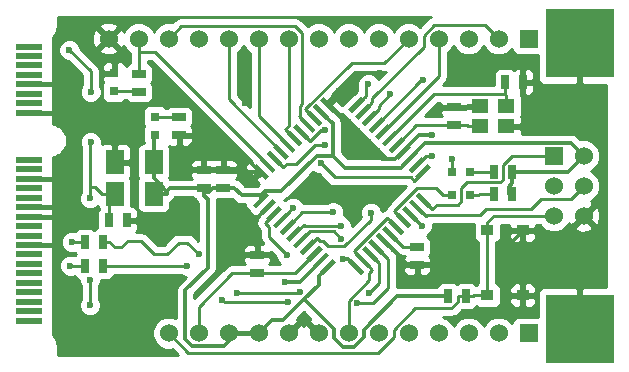
<source format=gtl>
G04 (created by PCBNEW (2013-may-18)-stable) date Mon 04 May 2015 02:01:06 PM CST*
%MOIN*%
G04 Gerber Fmt 3.4, Leading zero omitted, Abs format*
%FSLAX34Y34*%
G01*
G70*
G90*
G04 APERTURE LIST*
%ADD10C,0.00590551*%
%ADD11R,0.0905512X0.023622*%
%ADD12R,0.228346X0.228346*%
%ADD13R,0.06X0.06*%
%ADD14C,0.06*%
%ADD15R,0.0314X0.0314*%
%ADD16R,0.0551181X0.0472441*%
%ADD17R,0.06X0.08*%
%ADD18R,0.045X0.025*%
%ADD19R,0.025X0.045*%
%ADD20R,0.0393701X0.0354331*%
%ADD21C,0.023622*%
%ADD22C,0.01*%
%ADD23C,0.011811*%
%ADD24C,0.015748*%
G04 APERTURE END LIST*
G54D10*
G36*
X28992Y-46711D02*
X28568Y-47135D01*
X28455Y-47022D01*
X28879Y-46597D01*
X28992Y-46711D01*
X28992Y-46711D01*
G37*
G36*
X29215Y-46933D02*
X28791Y-47358D01*
X28678Y-47244D01*
X29102Y-46820D01*
X29215Y-46933D01*
X29215Y-46933D01*
G37*
G36*
X29438Y-47156D02*
X29013Y-47580D01*
X28900Y-47467D01*
X29325Y-47043D01*
X29438Y-47156D01*
X29438Y-47156D01*
G37*
G36*
X29660Y-47379D02*
X29236Y-47803D01*
X29123Y-47690D01*
X29547Y-47266D01*
X29660Y-47379D01*
X29660Y-47379D01*
G37*
G36*
X29883Y-47601D02*
X29459Y-48026D01*
X29346Y-47913D01*
X29770Y-47488D01*
X29883Y-47601D01*
X29883Y-47601D01*
G37*
G36*
X30106Y-47824D02*
X29682Y-48248D01*
X29568Y-48135D01*
X29993Y-47711D01*
X30106Y-47824D01*
X30106Y-47824D01*
G37*
G36*
X28769Y-46488D02*
X28345Y-46912D01*
X28232Y-46799D01*
X28656Y-46375D01*
X28769Y-46488D01*
X28769Y-46488D01*
G37*
G36*
X28547Y-46265D02*
X28122Y-46689D01*
X28009Y-46576D01*
X28434Y-46152D01*
X28547Y-46265D01*
X28547Y-46265D01*
G37*
G36*
X28324Y-46042D02*
X27900Y-46467D01*
X27787Y-46353D01*
X28211Y-45929D01*
X28324Y-46042D01*
X28324Y-46042D01*
G37*
G36*
X28101Y-45820D02*
X27677Y-46244D01*
X27564Y-46131D01*
X27988Y-45706D01*
X28101Y-45820D01*
X28101Y-45820D01*
G37*
G36*
X27878Y-45597D02*
X27454Y-46021D01*
X27341Y-45908D01*
X27765Y-45484D01*
X27878Y-45597D01*
X27878Y-45597D01*
G37*
G36*
X32174Y-43529D02*
X31750Y-43953D01*
X31637Y-43840D01*
X32061Y-43415D01*
X32174Y-43529D01*
X32174Y-43529D01*
G37*
G36*
X32397Y-43751D02*
X31973Y-44176D01*
X31859Y-44062D01*
X32284Y-43638D01*
X32397Y-43751D01*
X32397Y-43751D01*
G37*
G36*
X32620Y-43974D02*
X32195Y-44398D01*
X32082Y-44285D01*
X32506Y-43861D01*
X32620Y-43974D01*
X32620Y-43974D01*
G37*
G36*
X32842Y-44197D02*
X32418Y-44621D01*
X32305Y-44508D01*
X32729Y-44084D01*
X32842Y-44197D01*
X32842Y-44197D01*
G37*
G36*
X33065Y-44419D02*
X32641Y-44844D01*
X32528Y-44731D01*
X32952Y-44306D01*
X33065Y-44419D01*
X33065Y-44419D01*
G37*
G36*
X33288Y-44642D02*
X32864Y-45066D01*
X32750Y-44953D01*
X33175Y-44529D01*
X33288Y-44642D01*
X33288Y-44642D01*
G37*
G36*
X31951Y-43306D02*
X31527Y-43730D01*
X31414Y-43617D01*
X31838Y-43193D01*
X31951Y-43306D01*
X31951Y-43306D01*
G37*
G36*
X31729Y-43083D02*
X31304Y-43507D01*
X31191Y-43394D01*
X31616Y-42970D01*
X31729Y-43083D01*
X31729Y-43083D01*
G37*
G36*
X31506Y-42860D02*
X31082Y-43285D01*
X30969Y-43171D01*
X31393Y-42747D01*
X31506Y-42860D01*
X31506Y-42860D01*
G37*
G36*
X31283Y-42638D02*
X30859Y-43062D01*
X30746Y-42949D01*
X31170Y-42524D01*
X31283Y-42638D01*
X31283Y-42638D01*
G37*
G36*
X31060Y-42415D02*
X30636Y-42839D01*
X30523Y-42726D01*
X30947Y-42302D01*
X31060Y-42415D01*
X31060Y-42415D01*
G37*
G36*
X32174Y-47022D02*
X32061Y-47135D01*
X31637Y-46711D01*
X31750Y-46597D01*
X32174Y-47022D01*
X32174Y-47022D01*
G37*
G36*
X28992Y-43840D02*
X28879Y-43953D01*
X28455Y-43529D01*
X28568Y-43415D01*
X28992Y-43840D01*
X28992Y-43840D01*
G37*
G36*
X32397Y-46799D02*
X32284Y-46912D01*
X31859Y-46488D01*
X31973Y-46375D01*
X32397Y-46799D01*
X32397Y-46799D01*
G37*
G36*
X29215Y-43617D02*
X29102Y-43730D01*
X28678Y-43306D01*
X28791Y-43193D01*
X29215Y-43617D01*
X29215Y-43617D01*
G37*
G36*
X29438Y-43394D02*
X29325Y-43507D01*
X28900Y-43083D01*
X29013Y-42970D01*
X29438Y-43394D01*
X29438Y-43394D01*
G37*
G36*
X32620Y-46576D02*
X32506Y-46689D01*
X32082Y-46265D01*
X32195Y-46152D01*
X32620Y-46576D01*
X32620Y-46576D01*
G37*
G36*
X32842Y-46353D02*
X32729Y-46467D01*
X32305Y-46042D01*
X32418Y-45929D01*
X32842Y-46353D01*
X32842Y-46353D01*
G37*
G36*
X29660Y-43171D02*
X29547Y-43285D01*
X29123Y-42860D01*
X29236Y-42747D01*
X29660Y-43171D01*
X29660Y-43171D01*
G37*
G36*
X29883Y-42949D02*
X29770Y-43062D01*
X29346Y-42638D01*
X29459Y-42524D01*
X29883Y-42949D01*
X29883Y-42949D01*
G37*
G36*
X33065Y-46131D02*
X32952Y-46244D01*
X32528Y-45820D01*
X32641Y-45706D01*
X33065Y-46131D01*
X33065Y-46131D01*
G37*
G36*
X33288Y-45908D02*
X33175Y-46021D01*
X32750Y-45597D01*
X32864Y-45484D01*
X33288Y-45908D01*
X33288Y-45908D01*
G37*
G36*
X30106Y-42726D02*
X29993Y-42839D01*
X29568Y-42415D01*
X29682Y-42302D01*
X30106Y-42726D01*
X30106Y-42726D01*
G37*
G36*
X28769Y-44062D02*
X28656Y-44176D01*
X28232Y-43751D01*
X28345Y-43638D01*
X28769Y-44062D01*
X28769Y-44062D01*
G37*
G36*
X31951Y-47244D02*
X31838Y-47358D01*
X31414Y-46933D01*
X31527Y-46820D01*
X31951Y-47244D01*
X31951Y-47244D01*
G37*
G36*
X31729Y-47467D02*
X31616Y-47580D01*
X31191Y-47156D01*
X31304Y-47043D01*
X31729Y-47467D01*
X31729Y-47467D01*
G37*
G36*
X28547Y-44285D02*
X28434Y-44398D01*
X28009Y-43974D01*
X28122Y-43861D01*
X28547Y-44285D01*
X28547Y-44285D01*
G37*
G36*
X28324Y-44508D02*
X28211Y-44621D01*
X27787Y-44197D01*
X27900Y-44084D01*
X28324Y-44508D01*
X28324Y-44508D01*
G37*
G36*
X31506Y-47690D02*
X31393Y-47803D01*
X30969Y-47379D01*
X31082Y-47266D01*
X31506Y-47690D01*
X31506Y-47690D01*
G37*
G36*
X31283Y-47913D02*
X31170Y-48026D01*
X30746Y-47601D01*
X30859Y-47488D01*
X31283Y-47913D01*
X31283Y-47913D01*
G37*
G36*
X28101Y-44731D02*
X27988Y-44844D01*
X27564Y-44419D01*
X27677Y-44306D01*
X28101Y-44731D01*
X28101Y-44731D01*
G37*
G36*
X27878Y-44953D02*
X27765Y-45066D01*
X27341Y-44642D01*
X27454Y-44529D01*
X27878Y-44953D01*
X27878Y-44953D01*
G37*
G36*
X31060Y-48135D02*
X30947Y-48248D01*
X30523Y-47824D01*
X30636Y-47711D01*
X31060Y-48135D01*
X31060Y-48135D01*
G37*
G54D11*
X19862Y-40629D03*
X19862Y-40944D03*
X19862Y-41259D03*
X19862Y-41574D03*
X19862Y-41889D03*
X19862Y-42204D03*
X19862Y-42519D03*
X19862Y-42834D03*
X19862Y-44409D03*
X19862Y-44724D03*
X19862Y-45039D03*
X19862Y-45354D03*
X19862Y-45669D03*
X19862Y-45984D03*
X19862Y-46299D03*
X19862Y-46614D03*
X19862Y-46929D03*
X19862Y-47244D03*
X19862Y-47559D03*
X19862Y-47874D03*
X19862Y-48188D03*
X19862Y-48503D03*
X19862Y-48818D03*
X19862Y-49133D03*
X19862Y-49448D03*
X19862Y-49763D03*
G54D12*
X38228Y-50039D03*
X38228Y-40511D03*
G54D13*
X37370Y-44275D03*
G54D14*
X38370Y-44275D03*
X37370Y-45275D03*
X38370Y-45275D03*
X37370Y-46275D03*
X38370Y-46275D03*
G54D13*
X36527Y-40370D03*
G54D14*
X35527Y-40370D03*
X34527Y-40370D03*
X33527Y-40370D03*
X32527Y-40370D03*
X31527Y-40370D03*
X30527Y-40370D03*
X29527Y-40370D03*
X28527Y-40370D03*
X27527Y-40370D03*
X26527Y-40370D03*
X25527Y-40370D03*
X24527Y-40370D03*
X23527Y-40370D03*
X22527Y-40370D03*
G54D13*
X36527Y-50181D03*
G54D14*
X35527Y-50181D03*
X34527Y-50181D03*
X33527Y-50181D03*
X32527Y-50181D03*
X31527Y-50181D03*
X30527Y-50181D03*
X29527Y-50181D03*
X28527Y-50181D03*
X27527Y-50181D03*
X26527Y-50181D03*
X25527Y-50181D03*
X24527Y-50181D03*
G54D15*
X24074Y-43562D03*
X24074Y-42972D03*
G54D16*
X35787Y-43287D03*
X34921Y-43287D03*
X34921Y-42618D03*
X35787Y-42618D03*
G54D17*
X24035Y-44488D03*
X22735Y-44488D03*
X22735Y-45531D03*
X24035Y-45531D03*
G54D18*
X24881Y-42987D03*
X24881Y-43587D03*
G54D19*
X33833Y-48937D03*
X34433Y-48937D03*
X22347Y-47145D03*
X21747Y-47145D03*
X22347Y-47933D03*
X21747Y-47933D03*
G54D18*
X23543Y-41530D03*
X23543Y-42130D03*
G54D19*
X35388Y-44803D03*
X35988Y-44803D03*
X35388Y-45531D03*
X35988Y-45531D03*
X35743Y-41811D03*
X36343Y-41811D03*
G54D18*
X32814Y-47298D03*
X32814Y-47898D03*
G54D19*
X22534Y-46417D03*
X23134Y-46417D03*
G54D18*
X25708Y-45339D03*
X25708Y-44739D03*
X26358Y-45339D03*
X26358Y-44739D03*
X27480Y-48174D03*
X27480Y-47574D03*
X34055Y-43252D03*
X34055Y-42652D03*
G54D15*
X34566Y-45590D03*
X33976Y-45590D03*
X34566Y-44803D03*
X33976Y-44803D03*
X22716Y-42106D03*
X22716Y-41516D03*
G54D20*
X36338Y-46751D03*
X36338Y-48917D03*
X35157Y-46751D03*
X35157Y-48917D03*
G54D21*
X28492Y-47589D03*
X28678Y-45996D03*
X30017Y-46156D03*
X30277Y-46615D03*
X30286Y-47031D03*
X31280Y-46166D03*
X30826Y-49173D03*
X28523Y-49153D03*
X26318Y-49074D03*
X25157Y-47933D03*
X25551Y-47559D03*
X26811Y-48838D03*
X28917Y-48818D03*
X31200Y-48858D03*
X31917Y-42218D03*
X29594Y-44518D03*
X33015Y-41758D03*
X29732Y-43906D03*
X29738Y-43403D03*
X30348Y-47707D03*
X33306Y-44285D03*
X32980Y-46613D03*
X33974Y-44374D03*
X31193Y-41879D03*
X21909Y-49251D03*
X21909Y-48405D03*
X21909Y-45688D03*
X21929Y-43818D03*
X21929Y-42145D03*
X21220Y-40748D03*
X30196Y-42125D03*
X31574Y-41515D03*
X27086Y-41358D03*
X27086Y-42519D03*
X28405Y-48464D03*
X25590Y-43996D03*
X23425Y-48858D03*
X26771Y-46633D03*
X22755Y-50354D03*
X21259Y-49429D03*
X33326Y-42854D03*
X33307Y-43562D03*
X31200Y-43937D03*
X29192Y-45570D03*
X30767Y-45610D03*
X22834Y-42795D03*
X34094Y-47303D03*
X35787Y-47342D03*
X21299Y-47145D03*
X21259Y-47933D03*
G54D22*
X27879Y-46629D02*
X27752Y-46501D01*
X27879Y-46976D02*
X27879Y-46629D01*
X28492Y-47589D02*
X27879Y-46976D01*
X28055Y-46198D02*
X27752Y-46501D01*
X28581Y-46117D02*
X28581Y-46117D01*
X28581Y-46092D02*
X28581Y-46117D01*
X28678Y-45996D02*
X28581Y-46092D01*
X28278Y-46421D02*
X28581Y-46117D01*
X28988Y-46156D02*
X28501Y-46643D01*
X30017Y-46156D02*
X28988Y-46156D01*
X28723Y-46866D02*
X29027Y-46563D01*
X30260Y-46615D02*
X30277Y-46615D01*
X30252Y-46607D02*
X30260Y-46615D01*
X29071Y-46607D02*
X30252Y-46607D01*
X29027Y-46563D02*
X29071Y-46607D01*
X30040Y-46786D02*
X29249Y-46786D01*
X30286Y-47031D02*
X30040Y-46786D01*
X28946Y-47089D02*
X29249Y-46786D01*
X29588Y-47124D02*
X29472Y-47008D01*
X29676Y-47124D02*
X29588Y-47124D01*
X29836Y-47284D02*
X29676Y-47124D01*
X30390Y-47284D02*
X29836Y-47284D01*
X31280Y-46393D02*
X30390Y-47284D01*
X31280Y-46166D02*
X31280Y-46393D01*
X29169Y-47312D02*
X29472Y-47008D01*
X27480Y-48174D02*
X26648Y-48174D01*
X25527Y-49295D02*
X25527Y-50181D01*
X26648Y-48174D02*
X25527Y-49295D01*
X29392Y-47534D02*
X29374Y-47534D01*
X28735Y-48174D02*
X27480Y-48174D01*
X29374Y-47534D02*
X28735Y-48174D01*
X26397Y-49153D02*
X28523Y-49153D01*
X26318Y-49074D02*
X26397Y-49153D01*
X22347Y-47933D02*
X25157Y-47933D01*
X31850Y-47701D02*
X31752Y-47604D01*
X31850Y-48661D02*
X31850Y-47701D01*
X31338Y-49173D02*
X31850Y-48661D01*
X30826Y-49173D02*
X31338Y-49173D01*
X31752Y-47604D02*
X31655Y-47507D01*
X31460Y-47312D02*
X31460Y-47312D01*
X31752Y-47604D02*
X31460Y-47312D01*
X22559Y-47145D02*
X22347Y-47145D01*
X22736Y-47322D02*
X22559Y-47145D01*
X22952Y-47322D02*
X22736Y-47322D01*
X23169Y-47106D02*
X22952Y-47322D01*
X23622Y-47106D02*
X23169Y-47106D01*
X24055Y-47539D02*
X23622Y-47106D01*
X24488Y-47539D02*
X24055Y-47539D01*
X24862Y-47165D02*
X24488Y-47539D01*
X25157Y-47165D02*
X24862Y-47165D01*
X25551Y-47559D02*
X25157Y-47165D01*
X28897Y-48838D02*
X26811Y-48838D01*
X28917Y-48818D02*
X28897Y-48838D01*
X31220Y-48858D02*
X31200Y-48858D01*
X31555Y-48523D02*
X31220Y-48858D01*
X31555Y-47854D02*
X31555Y-48523D01*
X31237Y-47537D02*
X31555Y-47854D01*
X31237Y-47534D02*
X31237Y-47537D01*
X31237Y-47534D02*
X31237Y-47534D01*
X31540Y-42713D02*
X31541Y-42713D01*
X31540Y-42595D02*
X31540Y-42713D01*
X31917Y-42218D02*
X31540Y-42595D01*
X31237Y-43016D02*
X31541Y-42713D01*
X31318Y-42490D02*
X31318Y-42490D01*
X31318Y-42340D02*
X31318Y-42490D01*
X33027Y-40631D02*
X31318Y-42340D01*
X33027Y-40260D02*
X33027Y-40631D01*
X33362Y-39926D02*
X33027Y-40260D01*
X35083Y-39926D02*
X33362Y-39926D01*
X35527Y-40370D02*
X35083Y-39926D01*
X31015Y-42793D02*
X31318Y-42490D01*
X26527Y-42379D02*
X28278Y-44130D01*
X26527Y-40370D02*
X26527Y-42379D01*
X32601Y-44986D02*
X32716Y-45101D01*
X30062Y-44986D02*
X32601Y-44986D01*
X29594Y-44518D02*
X30062Y-44986D01*
X33019Y-44798D02*
X32716Y-45101D01*
X28907Y-42894D02*
X28866Y-42935D01*
X28907Y-42609D02*
X28907Y-42894D01*
X28968Y-42548D02*
X28907Y-42609D01*
X28968Y-40180D02*
X28968Y-42548D01*
X28729Y-39940D02*
X28968Y-40180D01*
X24956Y-39940D02*
X28729Y-39940D01*
X24527Y-40370D02*
X24956Y-39940D01*
X29169Y-43239D02*
X28866Y-42935D01*
X23543Y-41530D02*
X23543Y-40812D01*
X23543Y-40385D02*
X23527Y-40370D01*
X23543Y-40812D02*
X23543Y-40385D01*
X24070Y-40812D02*
X27833Y-44575D01*
X23543Y-40812D02*
X24070Y-40812D01*
X32940Y-41758D02*
X31460Y-43239D01*
X33015Y-41758D02*
X32940Y-41758D01*
X33527Y-41617D02*
X31683Y-43461D01*
X33527Y-40370D02*
X33527Y-41617D01*
X31725Y-41172D02*
X32527Y-40370D01*
X30629Y-41172D02*
X31725Y-41172D01*
X29088Y-42713D02*
X30629Y-41172D01*
X29392Y-43016D02*
X29088Y-42713D01*
X28470Y-44545D02*
X28359Y-44656D01*
X28782Y-44545D02*
X28470Y-44545D01*
X29421Y-43906D02*
X28782Y-44545D01*
X29732Y-43906D02*
X29421Y-43906D01*
X28055Y-44352D02*
X28359Y-44656D01*
X28946Y-43461D02*
X29249Y-43765D01*
X29611Y-43403D02*
X29249Y-43765D01*
X29738Y-43403D02*
X29611Y-43403D01*
X30458Y-47707D02*
X30489Y-47677D01*
X30348Y-47707D02*
X30458Y-47707D01*
X30792Y-47980D02*
X30489Y-47677D01*
X28527Y-43274D02*
X28420Y-43381D01*
X28527Y-40370D02*
X28527Y-43274D01*
X28723Y-43684D02*
X28420Y-43381D01*
X27527Y-42933D02*
X28501Y-43907D01*
X27527Y-40370D02*
X27527Y-42933D01*
X33484Y-45894D02*
X33322Y-46056D01*
X34169Y-45894D02*
X33484Y-45894D01*
X34280Y-45783D02*
X34169Y-45894D01*
X34280Y-45353D02*
X34280Y-45783D01*
X34477Y-45157D02*
X34280Y-45353D01*
X35588Y-45157D02*
X34477Y-45157D01*
X35672Y-45073D02*
X35588Y-45157D01*
X35672Y-44577D02*
X35672Y-45073D01*
X35974Y-44275D02*
X35672Y-44577D01*
X37370Y-44275D02*
X35974Y-44275D01*
X33019Y-45752D02*
X33322Y-46056D01*
X33131Y-46247D02*
X33100Y-46278D01*
X34911Y-46247D02*
X33131Y-46247D01*
X35118Y-46040D02*
X34911Y-46247D01*
X36604Y-46040D02*
X35118Y-46040D01*
X36936Y-45708D02*
X36604Y-46040D01*
X37936Y-45708D02*
X36936Y-45708D01*
X38370Y-45275D02*
X37936Y-45708D01*
X32796Y-45975D02*
X33100Y-46278D01*
X34433Y-48937D02*
X34687Y-48937D01*
X35157Y-46751D02*
X35157Y-46490D01*
X34180Y-49127D02*
X34180Y-48937D01*
X33959Y-49348D02*
X34180Y-49127D01*
X32747Y-49348D02*
X33959Y-49348D01*
X32027Y-50068D02*
X32747Y-49348D01*
X32027Y-50314D02*
X32027Y-50068D01*
X31513Y-50827D02*
X32027Y-50314D01*
X25174Y-50827D02*
X31513Y-50827D01*
X24527Y-50181D02*
X25174Y-50827D01*
X34433Y-48937D02*
X34180Y-48937D01*
X35372Y-46275D02*
X37370Y-46275D01*
X35157Y-46490D02*
X35372Y-46275D01*
X33113Y-44285D02*
X33100Y-44272D01*
X33306Y-44285D02*
X33113Y-44285D01*
X32796Y-44575D02*
X33100Y-44272D01*
X34707Y-48917D02*
X34687Y-48937D01*
X35157Y-48917D02*
X34707Y-48917D01*
X35157Y-46751D02*
X35157Y-47057D01*
X35157Y-48917D02*
X35157Y-47057D01*
X33454Y-45354D02*
X33690Y-45590D01*
X32811Y-45354D02*
X33454Y-45354D01*
X32048Y-46117D02*
X32811Y-45354D01*
X32351Y-46421D02*
X32048Y-46117D01*
X33976Y-45590D02*
X33690Y-45590D01*
X32877Y-46501D02*
X32877Y-46501D01*
X32877Y-46510D02*
X32877Y-46501D01*
X32980Y-46613D02*
X32877Y-46510D01*
X32574Y-46198D02*
X32877Y-46501D01*
X33974Y-44515D02*
X33974Y-44374D01*
X33976Y-44517D02*
X33974Y-44515D01*
X31095Y-42267D02*
X31095Y-42267D01*
X31095Y-41977D02*
X31095Y-42267D01*
X31193Y-41879D02*
X31095Y-41977D01*
X30792Y-42570D02*
X31095Y-42267D01*
X33976Y-44803D02*
X33976Y-44517D01*
X21909Y-48405D02*
X21909Y-49251D01*
X21929Y-41456D02*
X21929Y-42145D01*
X21220Y-40748D02*
X21929Y-41456D01*
X21909Y-43838D02*
X21909Y-45308D01*
X21929Y-43818D02*
X21909Y-43838D01*
X21909Y-45308D02*
X21909Y-45688D01*
X22306Y-45531D02*
X22521Y-45531D01*
X22083Y-45308D02*
X22306Y-45531D01*
X21909Y-45308D02*
X22083Y-45308D01*
X22534Y-45544D02*
X22534Y-46417D01*
X22521Y-45531D02*
X22534Y-45544D01*
X22735Y-45531D02*
X22521Y-45531D01*
X30711Y-47454D02*
X31825Y-46340D01*
X31015Y-47757D02*
X30711Y-47454D01*
X32128Y-46643D02*
X31825Y-46340D01*
X31211Y-48167D02*
X31318Y-48060D01*
X31211Y-48409D02*
X31211Y-48167D01*
X30527Y-49093D02*
X31211Y-48409D01*
X30527Y-50181D02*
X30527Y-49093D01*
X31015Y-47757D02*
X31318Y-48060D01*
G54D23*
X29837Y-42570D02*
X29837Y-42485D01*
X30807Y-41515D02*
X31574Y-41515D01*
X29837Y-42485D02*
X30196Y-42125D01*
X30196Y-42125D02*
X30807Y-41515D01*
X27086Y-42519D02*
X27086Y-41358D01*
X29614Y-47757D02*
X29614Y-47766D01*
X28917Y-48464D02*
X28405Y-48464D01*
X29614Y-47766D02*
X28917Y-48464D01*
X31683Y-47089D02*
X31695Y-47089D01*
X32504Y-47898D02*
X32814Y-47898D01*
X31695Y-47089D02*
X32504Y-47898D01*
X25590Y-43996D02*
X25570Y-43996D01*
X27610Y-44798D02*
X26417Y-44798D01*
X26417Y-44798D02*
X26358Y-44739D01*
X27833Y-45985D02*
X27342Y-46476D01*
X27833Y-45975D02*
X27833Y-45985D01*
X27165Y-46653D02*
X27342Y-46476D01*
X26791Y-46653D02*
X27165Y-46653D01*
X26771Y-46633D02*
X26791Y-46653D01*
X22185Y-50354D02*
X22755Y-50354D01*
X21259Y-49429D02*
X22185Y-50354D01*
X32351Y-44130D02*
X32351Y-44105D01*
X33528Y-42652D02*
X34055Y-42652D01*
X33326Y-42854D02*
X33528Y-42652D01*
X32893Y-43562D02*
X33307Y-43562D01*
X32351Y-44105D02*
X32893Y-43562D01*
X30728Y-45570D02*
X29192Y-45570D01*
X30767Y-45610D02*
X30728Y-45570D01*
X29837Y-42570D02*
X29837Y-42573D01*
X32091Y-44389D02*
X32351Y-44130D01*
X31653Y-44389D02*
X32091Y-44389D01*
X29837Y-42573D02*
X31200Y-43937D01*
X31200Y-43937D02*
X31653Y-44389D01*
X20885Y-42814D02*
X22814Y-42814D01*
G54D24*
X19862Y-42834D02*
X20885Y-42834D01*
X20885Y-42834D02*
X20885Y-42814D01*
G54D23*
X22814Y-42814D02*
X22834Y-42795D01*
X36338Y-46751D02*
X36338Y-46791D01*
X33499Y-47898D02*
X32814Y-47898D01*
X34094Y-47303D02*
X33499Y-47898D01*
X36338Y-46791D02*
X35787Y-47342D01*
G54D24*
X20767Y-47244D02*
X20787Y-47224D01*
X19862Y-47244D02*
X20767Y-47244D01*
X20807Y-45039D02*
X20826Y-45059D01*
X19862Y-45039D02*
X20807Y-45039D01*
X20807Y-45984D02*
X20826Y-45964D01*
X19862Y-45984D02*
X20807Y-45984D01*
X19862Y-46299D02*
X20846Y-46299D01*
X20826Y-41889D02*
X20846Y-41909D01*
X19862Y-41889D02*
X20826Y-41889D01*
G54D22*
X34921Y-43287D02*
X34516Y-43287D01*
X34482Y-43252D02*
X34055Y-43252D01*
X34516Y-43287D02*
X34482Y-43252D01*
X32783Y-43252D02*
X32128Y-43907D01*
X34055Y-43252D02*
X32783Y-43252D01*
X35787Y-42618D02*
X35787Y-42253D01*
X33381Y-42208D02*
X31905Y-43684D01*
X35743Y-42208D02*
X33381Y-42208D01*
X35743Y-41811D02*
X35743Y-42208D01*
X35743Y-42208D02*
X35787Y-42253D01*
X21299Y-47145D02*
X21747Y-47145D01*
X23518Y-42105D02*
X22716Y-42105D01*
X23543Y-42130D02*
X23518Y-42105D01*
X22716Y-42105D02*
X22716Y-42106D01*
X35388Y-44803D02*
X34566Y-44803D01*
X34911Y-45531D02*
X34852Y-45590D01*
X35388Y-45531D02*
X34911Y-45531D01*
X34566Y-45590D02*
X34852Y-45590D01*
X21259Y-47933D02*
X21747Y-47933D01*
X32337Y-47298D02*
X31905Y-46866D01*
X32814Y-47298D02*
X32337Y-47298D01*
X24074Y-42972D02*
X24867Y-42972D01*
X24867Y-42972D02*
X24881Y-42987D01*
G54D23*
X24035Y-44488D02*
X24035Y-43601D01*
X24035Y-43601D02*
X24074Y-43562D01*
X27610Y-45582D02*
X27610Y-45752D01*
X26964Y-45582D02*
X27610Y-45582D01*
X26721Y-45339D02*
X26964Y-45582D01*
X26358Y-45339D02*
X26721Y-45339D01*
X29614Y-42793D02*
X29924Y-43103D01*
X37842Y-44803D02*
X38370Y-44275D01*
X35988Y-44803D02*
X37842Y-44803D01*
X24035Y-45531D02*
X24473Y-45531D01*
X24035Y-44488D02*
X24035Y-45026D01*
X24473Y-45439D02*
X24473Y-45531D01*
X24574Y-45339D02*
X24473Y-45439D01*
X25708Y-45339D02*
X24574Y-45339D01*
X24449Y-45439D02*
X24035Y-45026D01*
X24473Y-45439D02*
X24449Y-45439D01*
X35988Y-45531D02*
X35860Y-45531D01*
X35860Y-45294D02*
X35988Y-45166D01*
X35860Y-45531D02*
X35860Y-45294D01*
X35988Y-44803D02*
X35988Y-45166D01*
G54D24*
X26527Y-50181D02*
X26818Y-50181D01*
G54D23*
X25832Y-45725D02*
X25708Y-45602D01*
X25832Y-48006D02*
X25832Y-45725D01*
X25083Y-48755D02*
X25832Y-48006D01*
X25083Y-50387D02*
X25083Y-48755D01*
X25315Y-50619D02*
X25083Y-50387D01*
X26379Y-50619D02*
X25315Y-50619D01*
X26818Y-50181D02*
X26379Y-50619D01*
G54D24*
X26818Y-50181D02*
X27527Y-50181D01*
G54D23*
X29837Y-47980D02*
X29527Y-48289D01*
X28356Y-49743D02*
X29044Y-49055D01*
X27965Y-49743D02*
X28356Y-49743D01*
X27527Y-50181D02*
X27965Y-49743D01*
X29527Y-48571D02*
X29527Y-48289D01*
X29044Y-49055D02*
X29527Y-48571D01*
X30027Y-50038D02*
X29044Y-49055D01*
X30027Y-50329D02*
X30027Y-50038D01*
X30338Y-50640D02*
X30027Y-50329D01*
X30713Y-50640D02*
X30338Y-50640D01*
X31027Y-50325D02*
X30713Y-50640D01*
X31027Y-50061D02*
X31027Y-50325D01*
X32152Y-48937D02*
X31027Y-50061D01*
X33833Y-48937D02*
X32152Y-48937D01*
X25708Y-45339D02*
X25708Y-45470D01*
X25708Y-45470D02*
X25708Y-45602D01*
X25863Y-45470D02*
X25995Y-45339D01*
X25708Y-45470D02*
X25863Y-45470D01*
X26358Y-45339D02*
X25995Y-45339D01*
X37932Y-43837D02*
X38370Y-44275D01*
X33089Y-43837D02*
X37932Y-43837D01*
X32574Y-44352D02*
X33089Y-43837D01*
X32574Y-44352D02*
X32264Y-44662D01*
X27749Y-45443D02*
X27610Y-45582D01*
X28283Y-45443D02*
X27749Y-45443D01*
X29464Y-44262D02*
X28283Y-45443D01*
X29998Y-44262D02*
X29464Y-44262D01*
X30398Y-44662D02*
X29998Y-44262D01*
X32264Y-44662D02*
X30398Y-44662D01*
X29998Y-43177D02*
X29924Y-43103D01*
X29998Y-44262D02*
X29998Y-43177D01*
G54D10*
G36*
X27227Y-42654D02*
X26827Y-42254D01*
X26827Y-40841D01*
X26838Y-40836D01*
X26993Y-40682D01*
X27027Y-40600D01*
X27061Y-40681D01*
X27215Y-40836D01*
X27227Y-40841D01*
X27227Y-42654D01*
X27227Y-42654D01*
G37*
G54D22*
X27227Y-42654D02*
X26827Y-42254D01*
X26827Y-40841D01*
X26838Y-40836D01*
X26993Y-40682D01*
X27027Y-40600D01*
X27061Y-40681D01*
X27215Y-40836D01*
X27227Y-40841D01*
X27227Y-42654D01*
G54D10*
G36*
X28256Y-47874D02*
X27883Y-47874D01*
X27917Y-47840D01*
X27955Y-47748D01*
X27955Y-47686D01*
X27892Y-47624D01*
X27530Y-47624D01*
X27530Y-47631D01*
X27430Y-47631D01*
X27430Y-47624D01*
X27430Y-47524D01*
X27430Y-47261D01*
X27367Y-47199D01*
X27304Y-47198D01*
X27205Y-47199D01*
X27113Y-47237D01*
X27043Y-47307D01*
X27005Y-47399D01*
X27005Y-47461D01*
X27067Y-47524D01*
X27430Y-47524D01*
X27430Y-47624D01*
X27067Y-47624D01*
X27005Y-47686D01*
X27005Y-47748D01*
X27043Y-47840D01*
X27076Y-47874D01*
X27076Y-47874D01*
X26648Y-47874D01*
X26534Y-47896D01*
X26436Y-47961D01*
X25392Y-49006D01*
X25392Y-48883D01*
X26050Y-48224D01*
X26050Y-48224D01*
X26050Y-48224D01*
X26117Y-48124D01*
X26117Y-48124D01*
X26136Y-48029D01*
X26141Y-48006D01*
X26141Y-48006D01*
X26141Y-48006D01*
X26141Y-45725D01*
X26138Y-45714D01*
X26182Y-45714D01*
X26632Y-45714D01*
X26651Y-45706D01*
X26745Y-45801D01*
X26745Y-45801D01*
X26846Y-45868D01*
X26846Y-45868D01*
X26940Y-45886D01*
X26964Y-45891D01*
X26964Y-45891D01*
X26964Y-45891D01*
X27091Y-45891D01*
X27091Y-45957D01*
X27129Y-46049D01*
X27199Y-46120D01*
X27312Y-46233D01*
X27340Y-46245D01*
X27352Y-46272D01*
X27371Y-46292D01*
X27460Y-46292D01*
X27480Y-46271D01*
X27504Y-46271D01*
X27560Y-46248D01*
X27545Y-46284D01*
X27540Y-46289D01*
X27475Y-46386D01*
X27452Y-46501D01*
X27475Y-46616D01*
X27540Y-46713D01*
X27579Y-46753D01*
X27579Y-46976D01*
X27602Y-47091D01*
X27667Y-47188D01*
X27678Y-47198D01*
X27655Y-47198D01*
X27592Y-47199D01*
X27530Y-47261D01*
X27530Y-47524D01*
X27892Y-47524D01*
X27947Y-47468D01*
X28124Y-47645D01*
X28124Y-47661D01*
X28180Y-47797D01*
X28256Y-47874D01*
X28256Y-47874D01*
G37*
G54D22*
X28256Y-47874D02*
X27883Y-47874D01*
X27917Y-47840D01*
X27955Y-47748D01*
X27955Y-47686D01*
X27892Y-47624D01*
X27530Y-47624D01*
X27530Y-47631D01*
X27430Y-47631D01*
X27430Y-47624D01*
X27430Y-47524D01*
X27430Y-47261D01*
X27367Y-47199D01*
X27304Y-47198D01*
X27205Y-47199D01*
X27113Y-47237D01*
X27043Y-47307D01*
X27005Y-47399D01*
X27005Y-47461D01*
X27067Y-47524D01*
X27430Y-47524D01*
X27430Y-47624D01*
X27067Y-47624D01*
X27005Y-47686D01*
X27005Y-47748D01*
X27043Y-47840D01*
X27076Y-47874D01*
X27076Y-47874D01*
X26648Y-47874D01*
X26534Y-47896D01*
X26436Y-47961D01*
X25392Y-49006D01*
X25392Y-48883D01*
X26050Y-48224D01*
X26050Y-48224D01*
X26050Y-48224D01*
X26117Y-48124D01*
X26117Y-48124D01*
X26136Y-48029D01*
X26141Y-48006D01*
X26141Y-48006D01*
X26141Y-48006D01*
X26141Y-45725D01*
X26138Y-45714D01*
X26182Y-45714D01*
X26632Y-45714D01*
X26651Y-45706D01*
X26745Y-45801D01*
X26745Y-45801D01*
X26846Y-45868D01*
X26846Y-45868D01*
X26940Y-45886D01*
X26964Y-45891D01*
X26964Y-45891D01*
X26964Y-45891D01*
X27091Y-45891D01*
X27091Y-45957D01*
X27129Y-46049D01*
X27199Y-46120D01*
X27312Y-46233D01*
X27340Y-46245D01*
X27352Y-46272D01*
X27371Y-46292D01*
X27460Y-46292D01*
X27480Y-46271D01*
X27504Y-46271D01*
X27560Y-46248D01*
X27545Y-46284D01*
X27540Y-46289D01*
X27475Y-46386D01*
X27452Y-46501D01*
X27475Y-46616D01*
X27540Y-46713D01*
X27579Y-46753D01*
X27579Y-46976D01*
X27602Y-47091D01*
X27667Y-47188D01*
X27678Y-47198D01*
X27655Y-47198D01*
X27592Y-47199D01*
X27530Y-47261D01*
X27530Y-47524D01*
X27892Y-47524D01*
X27947Y-47468D01*
X28124Y-47645D01*
X28124Y-47661D01*
X28180Y-47797D01*
X28256Y-47874D01*
G54D10*
G36*
X29603Y-50186D02*
X29533Y-50257D01*
X29527Y-50251D01*
X29521Y-50257D01*
X29456Y-50192D01*
X29451Y-50186D01*
X29456Y-50181D01*
X29141Y-49865D01*
X29046Y-49893D01*
X29028Y-49941D01*
X29008Y-49893D01*
X28913Y-49865D01*
X28598Y-50181D01*
X28603Y-50186D01*
X28533Y-50257D01*
X28527Y-50251D01*
X28521Y-50257D01*
X28451Y-50186D01*
X28456Y-50181D01*
X28451Y-50175D01*
X28521Y-50104D01*
X28527Y-50110D01*
X28842Y-49795D01*
X28820Y-49716D01*
X29044Y-49492D01*
X29248Y-49696D01*
X29239Y-49699D01*
X29212Y-49795D01*
X29527Y-50110D01*
X29533Y-50104D01*
X29603Y-50175D01*
X29598Y-50181D01*
X29603Y-50186D01*
X29603Y-50186D01*
G37*
G54D22*
X29603Y-50186D02*
X29533Y-50257D01*
X29527Y-50251D01*
X29521Y-50257D01*
X29456Y-50192D01*
X29451Y-50186D01*
X29456Y-50181D01*
X29141Y-49865D01*
X29046Y-49893D01*
X29028Y-49941D01*
X29008Y-49893D01*
X28913Y-49865D01*
X28598Y-50181D01*
X28603Y-50186D01*
X28533Y-50257D01*
X28527Y-50251D01*
X28521Y-50257D01*
X28451Y-50186D01*
X28456Y-50181D01*
X28451Y-50175D01*
X28521Y-50104D01*
X28527Y-50110D01*
X28842Y-49795D01*
X28820Y-49716D01*
X29044Y-49492D01*
X29248Y-49696D01*
X29239Y-49699D01*
X29212Y-49795D01*
X29527Y-50110D01*
X29533Y-50104D01*
X29603Y-50175D01*
X29598Y-50181D01*
X29603Y-50186D01*
G54D10*
G36*
X31796Y-44353D02*
X30526Y-44353D01*
X30307Y-44134D01*
X30307Y-43177D01*
X30283Y-43058D01*
X30283Y-43058D01*
X30216Y-42958D01*
X30143Y-42884D01*
X30143Y-42884D01*
X30116Y-42858D01*
X30095Y-42807D01*
X30025Y-42737D01*
X29807Y-42519D01*
X29825Y-42501D01*
X29830Y-42507D01*
X29991Y-42346D01*
X29991Y-42258D01*
X29979Y-42246D01*
X30753Y-41472D01*
X31725Y-41472D01*
X31725Y-41472D01*
X31771Y-41463D01*
X31522Y-41712D01*
X31505Y-41671D01*
X31402Y-41567D01*
X31266Y-41511D01*
X31120Y-41511D01*
X30984Y-41567D01*
X30881Y-41670D01*
X30825Y-41805D01*
X30825Y-41852D01*
X30825Y-41852D01*
X30818Y-41862D01*
X30795Y-41977D01*
X30795Y-42101D01*
X30736Y-42160D01*
X30314Y-42581D01*
X30150Y-42417D01*
X30062Y-42417D01*
X29901Y-42577D01*
X30210Y-42887D01*
X30299Y-42887D01*
X30314Y-42871D01*
X30381Y-42938D01*
X30494Y-43051D01*
X30522Y-43063D01*
X30534Y-43090D01*
X30604Y-43161D01*
X30717Y-43274D01*
X30745Y-43285D01*
X30756Y-43313D01*
X30827Y-43383D01*
X30940Y-43496D01*
X30968Y-43508D01*
X30979Y-43536D01*
X31049Y-43606D01*
X31163Y-43719D01*
X31191Y-43731D01*
X31202Y-43758D01*
X31272Y-43829D01*
X31385Y-43942D01*
X31413Y-43953D01*
X31425Y-43981D01*
X31495Y-44051D01*
X31608Y-44165D01*
X31636Y-44176D01*
X31647Y-44204D01*
X31718Y-44274D01*
X31796Y-44353D01*
X31796Y-44353D01*
G37*
G54D22*
X31796Y-44353D02*
X30526Y-44353D01*
X30307Y-44134D01*
X30307Y-43177D01*
X30283Y-43058D01*
X30283Y-43058D01*
X30216Y-42958D01*
X30143Y-42884D01*
X30143Y-42884D01*
X30116Y-42858D01*
X30095Y-42807D01*
X30025Y-42737D01*
X29807Y-42519D01*
X29825Y-42501D01*
X29830Y-42507D01*
X29991Y-42346D01*
X29991Y-42258D01*
X29979Y-42246D01*
X30753Y-41472D01*
X31725Y-41472D01*
X31725Y-41472D01*
X31771Y-41463D01*
X31522Y-41712D01*
X31505Y-41671D01*
X31402Y-41567D01*
X31266Y-41511D01*
X31120Y-41511D01*
X30984Y-41567D01*
X30881Y-41670D01*
X30825Y-41805D01*
X30825Y-41852D01*
X30825Y-41852D01*
X30818Y-41862D01*
X30795Y-41977D01*
X30795Y-42101D01*
X30736Y-42160D01*
X30314Y-42581D01*
X30150Y-42417D01*
X30062Y-42417D01*
X29901Y-42577D01*
X30210Y-42887D01*
X30299Y-42887D01*
X30314Y-42871D01*
X30381Y-42938D01*
X30494Y-43051D01*
X30522Y-43063D01*
X30534Y-43090D01*
X30604Y-43161D01*
X30717Y-43274D01*
X30745Y-43285D01*
X30756Y-43313D01*
X30827Y-43383D01*
X30940Y-43496D01*
X30968Y-43508D01*
X30979Y-43536D01*
X31049Y-43606D01*
X31163Y-43719D01*
X31191Y-43731D01*
X31202Y-43758D01*
X31272Y-43829D01*
X31385Y-43942D01*
X31413Y-43953D01*
X31425Y-43981D01*
X31495Y-44051D01*
X31608Y-44165D01*
X31636Y-44176D01*
X31647Y-44204D01*
X31718Y-44274D01*
X31796Y-44353D01*
G54D10*
G36*
X32454Y-45286D02*
X31836Y-45905D01*
X31771Y-46003D01*
X31761Y-46053D01*
X31710Y-46063D01*
X31648Y-46104D01*
X31648Y-46093D01*
X31592Y-45958D01*
X31489Y-45854D01*
X31354Y-45798D01*
X31207Y-45798D01*
X31072Y-45854D01*
X30968Y-45957D01*
X30912Y-46092D01*
X30912Y-46239D01*
X30941Y-46309D01*
X30645Y-46604D01*
X30646Y-46542D01*
X30590Y-46407D01*
X30486Y-46303D01*
X30374Y-46257D01*
X30385Y-46230D01*
X30385Y-46083D01*
X30329Y-45948D01*
X30226Y-45844D01*
X30090Y-45788D01*
X29944Y-45788D01*
X29808Y-45844D01*
X29796Y-45856D01*
X29018Y-45856D01*
X28990Y-45788D01*
X28886Y-45684D01*
X28751Y-45628D01*
X28605Y-45628D01*
X28469Y-45684D01*
X28394Y-45759D01*
X28370Y-45735D01*
X28401Y-45728D01*
X28401Y-45728D01*
X28502Y-45661D01*
X29359Y-44804D01*
X29385Y-44830D01*
X29520Y-44886D01*
X29537Y-44886D01*
X29850Y-45198D01*
X29850Y-45198D01*
X29947Y-45264D01*
X30062Y-45286D01*
X32454Y-45286D01*
X32454Y-45286D01*
G37*
G54D22*
X32454Y-45286D02*
X31836Y-45905D01*
X31771Y-46003D01*
X31761Y-46053D01*
X31710Y-46063D01*
X31648Y-46104D01*
X31648Y-46093D01*
X31592Y-45958D01*
X31489Y-45854D01*
X31354Y-45798D01*
X31207Y-45798D01*
X31072Y-45854D01*
X30968Y-45957D01*
X30912Y-46092D01*
X30912Y-46239D01*
X30941Y-46309D01*
X30645Y-46604D01*
X30646Y-46542D01*
X30590Y-46407D01*
X30486Y-46303D01*
X30374Y-46257D01*
X30385Y-46230D01*
X30385Y-46083D01*
X30329Y-45948D01*
X30226Y-45844D01*
X30090Y-45788D01*
X29944Y-45788D01*
X29808Y-45844D01*
X29796Y-45856D01*
X29018Y-45856D01*
X28990Y-45788D01*
X28886Y-45684D01*
X28751Y-45628D01*
X28605Y-45628D01*
X28469Y-45684D01*
X28394Y-45759D01*
X28370Y-45735D01*
X28401Y-45728D01*
X28401Y-45728D01*
X28502Y-45661D01*
X29359Y-44804D01*
X29385Y-44830D01*
X29520Y-44886D01*
X29537Y-44886D01*
X29850Y-45198D01*
X29850Y-45198D01*
X29947Y-45264D01*
X30062Y-45286D01*
X32454Y-45286D01*
G54D10*
G36*
X33293Y-39639D02*
X33247Y-39648D01*
X33150Y-39713D01*
X32899Y-39964D01*
X32839Y-39904D01*
X32637Y-39820D01*
X32418Y-39819D01*
X32216Y-39903D01*
X32061Y-40058D01*
X32027Y-40139D01*
X31994Y-40058D01*
X31839Y-39904D01*
X31637Y-39820D01*
X31418Y-39819D01*
X31216Y-39903D01*
X31061Y-40058D01*
X31027Y-40139D01*
X30994Y-40058D01*
X30839Y-39904D01*
X30637Y-39820D01*
X30418Y-39819D01*
X30216Y-39903D01*
X30061Y-40058D01*
X30027Y-40139D01*
X29994Y-40058D01*
X29839Y-39904D01*
X29637Y-39820D01*
X29418Y-39819D01*
X29216Y-39903D01*
X29166Y-39953D01*
X28941Y-39728D01*
X28844Y-39663D01*
X28729Y-39640D01*
X24956Y-39640D01*
X24842Y-39663D01*
X24744Y-39728D01*
X24648Y-39824D01*
X24637Y-39820D01*
X24418Y-39819D01*
X24216Y-39903D01*
X24061Y-40058D01*
X24027Y-40139D01*
X23994Y-40058D01*
X23839Y-39904D01*
X23637Y-39820D01*
X23418Y-39819D01*
X23216Y-39903D01*
X23061Y-40058D01*
X23030Y-40133D01*
X23008Y-40082D01*
X22913Y-40054D01*
X22842Y-40125D01*
X22842Y-39984D01*
X22815Y-39888D01*
X22609Y-39815D01*
X22390Y-39826D01*
X22239Y-39888D01*
X22212Y-39984D01*
X22527Y-40299D01*
X22842Y-39984D01*
X22842Y-40125D01*
X22598Y-40370D01*
X22913Y-40685D01*
X23008Y-40657D01*
X23028Y-40602D01*
X23061Y-40681D01*
X23215Y-40836D01*
X23243Y-40847D01*
X23243Y-41166D01*
X23176Y-41193D01*
X23106Y-41263D01*
X23105Y-41266D01*
X23085Y-41217D01*
X23015Y-41147D01*
X22923Y-41109D01*
X22842Y-41108D01*
X22842Y-40755D01*
X22527Y-40440D01*
X22456Y-40511D01*
X22456Y-40370D01*
X22141Y-40054D01*
X22046Y-40082D01*
X21972Y-40288D01*
X21983Y-40506D01*
X22046Y-40657D01*
X22141Y-40685D01*
X22456Y-40370D01*
X22456Y-40511D01*
X22212Y-40755D01*
X22239Y-40851D01*
X22445Y-40924D01*
X22664Y-40913D01*
X22815Y-40851D01*
X22842Y-40755D01*
X22842Y-41108D01*
X22824Y-41108D01*
X22829Y-41109D01*
X22766Y-41171D01*
X22766Y-41466D01*
X22774Y-41466D01*
X22774Y-41566D01*
X22766Y-41566D01*
X22766Y-41573D01*
X22666Y-41573D01*
X22666Y-41566D01*
X22666Y-41466D01*
X22666Y-41171D01*
X22604Y-41109D01*
X22609Y-41108D01*
X22509Y-41109D01*
X22417Y-41147D01*
X22347Y-41217D01*
X22309Y-41309D01*
X22309Y-41403D01*
X22372Y-41466D01*
X22666Y-41466D01*
X22666Y-41566D01*
X22372Y-41566D01*
X22309Y-41628D01*
X22309Y-41722D01*
X22346Y-41811D01*
X22309Y-41899D01*
X22309Y-41998D01*
X22309Y-42312D01*
X22347Y-42404D01*
X22417Y-42474D01*
X22509Y-42512D01*
X22609Y-42513D01*
X22923Y-42513D01*
X23014Y-42475D01*
X23084Y-42405D01*
X23114Y-42405D01*
X23176Y-42467D01*
X23268Y-42505D01*
X23367Y-42505D01*
X23817Y-42505D01*
X23909Y-42467D01*
X23980Y-42397D01*
X24018Y-42305D01*
X24018Y-42206D01*
X24018Y-41956D01*
X23980Y-41864D01*
X23946Y-41830D01*
X23980Y-41797D01*
X24018Y-41705D01*
X24018Y-41606D01*
X24018Y-41356D01*
X23980Y-41264D01*
X23910Y-41193D01*
X23843Y-41166D01*
X23843Y-41112D01*
X23945Y-41112D01*
X27322Y-44489D01*
X27352Y-44561D01*
X27422Y-44631D01*
X27640Y-44849D01*
X27622Y-44867D01*
X27617Y-44861D01*
X27546Y-44932D01*
X27546Y-44791D01*
X27237Y-44481D01*
X27148Y-44481D01*
X27129Y-44501D01*
X27091Y-44593D01*
X27091Y-44692D01*
X27129Y-44784D01*
X27297Y-44952D01*
X27385Y-44952D01*
X27546Y-44791D01*
X27546Y-44932D01*
X27456Y-45022D01*
X27456Y-45111D01*
X27554Y-45209D01*
X27531Y-45224D01*
X27531Y-45224D01*
X27482Y-45273D01*
X27092Y-45273D01*
X26939Y-45120D01*
X26839Y-45053D01*
X26762Y-45038D01*
X26795Y-45005D01*
X26833Y-44913D01*
X26833Y-44564D01*
X26795Y-44472D01*
X26725Y-44402D01*
X26633Y-44364D01*
X26533Y-44364D01*
X26470Y-44364D01*
X26408Y-44426D01*
X26408Y-44689D01*
X26770Y-44689D01*
X26833Y-44626D01*
X26833Y-44564D01*
X26833Y-44913D01*
X26833Y-44851D01*
X26770Y-44789D01*
X26408Y-44789D01*
X26408Y-44797D01*
X26308Y-44797D01*
X26308Y-44789D01*
X26308Y-44689D01*
X26308Y-44426D01*
X26245Y-44364D01*
X26182Y-44364D01*
X26083Y-44364D01*
X26033Y-44385D01*
X25983Y-44364D01*
X25884Y-44364D01*
X25821Y-44364D01*
X25758Y-44426D01*
X25758Y-44689D01*
X25945Y-44689D01*
X26121Y-44689D01*
X26308Y-44689D01*
X26308Y-44789D01*
X26121Y-44789D01*
X25945Y-44789D01*
X25758Y-44789D01*
X25758Y-44797D01*
X25658Y-44797D01*
X25658Y-44789D01*
X25658Y-44689D01*
X25658Y-44426D01*
X25596Y-44364D01*
X25533Y-44364D01*
X25433Y-44364D01*
X25356Y-44396D01*
X25356Y-43761D01*
X25356Y-43699D01*
X25294Y-43637D01*
X24931Y-43637D01*
X24931Y-43899D01*
X24994Y-43962D01*
X25057Y-43962D01*
X25156Y-43962D01*
X25248Y-43924D01*
X25318Y-43853D01*
X25356Y-43761D01*
X25356Y-44396D01*
X25341Y-44402D01*
X25271Y-44472D01*
X25233Y-44564D01*
X25233Y-44626D01*
X25296Y-44689D01*
X25658Y-44689D01*
X25658Y-44789D01*
X25296Y-44789D01*
X25233Y-44851D01*
X25233Y-44913D01*
X25271Y-45005D01*
X25296Y-45030D01*
X24574Y-45030D01*
X24565Y-45032D01*
X24556Y-45009D01*
X24585Y-44938D01*
X24585Y-44838D01*
X24585Y-44038D01*
X24547Y-43946D01*
X24532Y-43931D01*
X24606Y-43962D01*
X24706Y-43962D01*
X24769Y-43962D01*
X24831Y-43899D01*
X24831Y-43637D01*
X24824Y-43637D01*
X24824Y-43537D01*
X24831Y-43537D01*
X24831Y-43529D01*
X24931Y-43529D01*
X24931Y-43537D01*
X25294Y-43537D01*
X25356Y-43474D01*
X25356Y-43412D01*
X25318Y-43320D01*
X25285Y-43287D01*
X25318Y-43254D01*
X25356Y-43162D01*
X25356Y-43062D01*
X25356Y-42812D01*
X25318Y-42720D01*
X25248Y-42650D01*
X25156Y-42612D01*
X25057Y-42612D01*
X24607Y-42612D01*
X24515Y-42650D01*
X24493Y-42672D01*
X24442Y-42672D01*
X24373Y-42603D01*
X24281Y-42565D01*
X24182Y-42565D01*
X23868Y-42565D01*
X23776Y-42603D01*
X23705Y-42673D01*
X23667Y-42765D01*
X23667Y-42865D01*
X23667Y-43179D01*
X23704Y-43267D01*
X23667Y-43355D01*
X23667Y-43455D01*
X23667Y-43769D01*
X23696Y-43838D01*
X23686Y-43838D01*
X23594Y-43876D01*
X23524Y-43946D01*
X23485Y-44038D01*
X23485Y-44137D01*
X23485Y-44937D01*
X23515Y-45009D01*
X23485Y-45081D01*
X23485Y-45181D01*
X23485Y-45981D01*
X23523Y-46072D01*
X23594Y-46143D01*
X23685Y-46181D01*
X23785Y-46181D01*
X24385Y-46181D01*
X24477Y-46143D01*
X24547Y-46073D01*
X24585Y-45981D01*
X24585Y-45881D01*
X24585Y-45818D01*
X24592Y-45817D01*
X24692Y-45750D01*
X24759Y-45649D01*
X24759Y-45648D01*
X25314Y-45648D01*
X25341Y-45676D01*
X25420Y-45708D01*
X25423Y-45720D01*
X25490Y-45820D01*
X25523Y-45853D01*
X25523Y-47106D01*
X25369Y-46953D01*
X25272Y-46888D01*
X25157Y-46865D01*
X24862Y-46865D01*
X24747Y-46888D01*
X24650Y-46953D01*
X24363Y-47239D01*
X24179Y-47239D01*
X23834Y-46894D01*
X23736Y-46829D01*
X23622Y-46806D01*
X23449Y-46806D01*
X23471Y-46784D01*
X23509Y-46692D01*
X23509Y-46592D01*
X23509Y-46529D01*
X23447Y-46467D01*
X23184Y-46467D01*
X23184Y-46475D01*
X23084Y-46475D01*
X23084Y-46467D01*
X23076Y-46467D01*
X23076Y-46367D01*
X23084Y-46367D01*
X23084Y-46359D01*
X23184Y-46359D01*
X23184Y-46367D01*
X23447Y-46367D01*
X23509Y-46304D01*
X23509Y-46241D01*
X23509Y-46142D01*
X23471Y-46050D01*
X23401Y-45980D01*
X23309Y-45942D01*
X23285Y-45942D01*
X23285Y-45881D01*
X23285Y-45081D01*
X23256Y-45009D01*
X23285Y-44938D01*
X23285Y-44838D01*
X23285Y-44137D01*
X23285Y-44038D01*
X23247Y-43946D01*
X23177Y-43876D01*
X23085Y-43838D01*
X22848Y-43838D01*
X22785Y-43900D01*
X22785Y-44438D01*
X23223Y-44438D01*
X23285Y-44375D01*
X23285Y-44137D01*
X23285Y-44838D01*
X23285Y-44600D01*
X23223Y-44538D01*
X22785Y-44538D01*
X22785Y-44546D01*
X22685Y-44546D01*
X22685Y-44538D01*
X22677Y-44538D01*
X22677Y-44438D01*
X22685Y-44438D01*
X22685Y-43900D01*
X22623Y-43838D01*
X22386Y-43838D01*
X22297Y-43874D01*
X22297Y-43745D01*
X22297Y-42072D01*
X22241Y-41937D01*
X22229Y-41925D01*
X22229Y-41456D01*
X22206Y-41341D01*
X22141Y-41244D01*
X22141Y-41244D01*
X21588Y-40691D01*
X21588Y-40675D01*
X21532Y-40539D01*
X21429Y-40436D01*
X21294Y-40379D01*
X21147Y-40379D01*
X21012Y-40435D01*
X20908Y-40539D01*
X20852Y-40674D01*
X20852Y-40820D01*
X20908Y-40956D01*
X21011Y-41059D01*
X21146Y-41116D01*
X21164Y-41116D01*
X21629Y-41580D01*
X21629Y-41925D01*
X21617Y-41936D01*
X21561Y-42072D01*
X21560Y-42218D01*
X21616Y-42353D01*
X21720Y-42457D01*
X21855Y-42513D01*
X22002Y-42513D01*
X22137Y-42457D01*
X22241Y-42354D01*
X22297Y-42219D01*
X22297Y-42072D01*
X22297Y-43745D01*
X22241Y-43610D01*
X22137Y-43507D01*
X22002Y-43450D01*
X21856Y-43450D01*
X21720Y-43506D01*
X21617Y-43610D01*
X21561Y-43745D01*
X21560Y-43891D01*
X21609Y-44009D01*
X21609Y-45308D01*
X21609Y-45468D01*
X21597Y-45480D01*
X21541Y-45615D01*
X21541Y-45761D01*
X21597Y-45897D01*
X21700Y-46000D01*
X21835Y-46057D01*
X21982Y-46057D01*
X22117Y-46001D01*
X22185Y-45933D01*
X22185Y-45981D01*
X22209Y-46038D01*
X22197Y-46050D01*
X22159Y-46142D01*
X22159Y-46241D01*
X22159Y-46676D01*
X22080Y-46708D01*
X22047Y-46742D01*
X22014Y-46708D01*
X21922Y-46670D01*
X21822Y-46670D01*
X21572Y-46670D01*
X21480Y-46708D01*
X21410Y-46778D01*
X21405Y-46791D01*
X21372Y-46777D01*
X21226Y-46777D01*
X21090Y-46833D01*
X20987Y-46936D01*
X20931Y-47072D01*
X20931Y-47218D01*
X20986Y-47353D01*
X21090Y-47457D01*
X21225Y-47513D01*
X21372Y-47513D01*
X21405Y-47500D01*
X21410Y-47512D01*
X21437Y-47539D01*
X21410Y-47566D01*
X21399Y-47592D01*
X21333Y-47565D01*
X21186Y-47564D01*
X21051Y-47620D01*
X20947Y-47724D01*
X20891Y-47859D01*
X20891Y-48005D01*
X20947Y-48141D01*
X21051Y-48244D01*
X21186Y-48301D01*
X21332Y-48301D01*
X21399Y-48273D01*
X21410Y-48299D01*
X21480Y-48369D01*
X21541Y-48395D01*
X21541Y-48478D01*
X21597Y-48613D01*
X21609Y-48626D01*
X21609Y-49031D01*
X21597Y-49043D01*
X21541Y-49178D01*
X21541Y-49324D01*
X21597Y-49460D01*
X21700Y-49563D01*
X21835Y-49620D01*
X21982Y-49620D01*
X22117Y-49564D01*
X22221Y-49460D01*
X22277Y-49325D01*
X22277Y-49179D01*
X22221Y-49043D01*
X22209Y-49031D01*
X22209Y-48626D01*
X22221Y-48614D01*
X22277Y-48479D01*
X22277Y-48408D01*
X22521Y-48408D01*
X22613Y-48370D01*
X22684Y-48299D01*
X22711Y-48233D01*
X24936Y-48233D01*
X24948Y-48244D01*
X25083Y-48301D01*
X25100Y-48301D01*
X24864Y-48536D01*
X24797Y-48637D01*
X24774Y-48755D01*
X24774Y-49687D01*
X24637Y-49631D01*
X24418Y-49631D01*
X24216Y-49714D01*
X24061Y-49869D01*
X23977Y-50071D01*
X23977Y-50290D01*
X24061Y-50492D01*
X24215Y-50647D01*
X24417Y-50731D01*
X24636Y-50731D01*
X24648Y-50726D01*
X24833Y-50911D01*
X20840Y-50911D01*
X20840Y-50649D01*
X20835Y-50623D01*
X20835Y-50597D01*
X20811Y-50476D01*
X20811Y-50476D01*
X20811Y-50476D01*
X20771Y-50378D01*
X20702Y-50276D01*
X20660Y-50234D01*
X20660Y-44316D01*
X20755Y-44297D01*
X20853Y-44257D01*
X20853Y-44256D01*
X20853Y-44256D01*
X20948Y-44193D01*
X20948Y-44192D01*
X21023Y-44118D01*
X21087Y-44022D01*
X21127Y-43925D01*
X21127Y-43925D01*
X21127Y-43925D01*
X21150Y-43812D01*
X21150Y-43812D01*
X21150Y-43812D01*
X21150Y-43812D01*
X21150Y-43759D01*
X21150Y-43707D01*
X21150Y-43707D01*
X21150Y-43706D01*
X21150Y-43706D01*
X21127Y-43594D01*
X21127Y-43594D01*
X21127Y-43593D01*
X21087Y-43496D01*
X21023Y-43401D01*
X20948Y-43326D01*
X20948Y-43326D01*
X20853Y-43262D01*
X20853Y-43262D01*
X20853Y-43262D01*
X20755Y-43222D01*
X20660Y-43203D01*
X20660Y-40316D01*
X20702Y-40274D01*
X20771Y-40172D01*
X20811Y-40075D01*
X20811Y-40074D01*
X20811Y-40074D01*
X20835Y-39953D01*
X20835Y-39928D01*
X20840Y-39901D01*
X20840Y-39639D01*
X33293Y-39639D01*
X33293Y-39639D01*
G37*
G54D22*
X33293Y-39639D02*
X33247Y-39648D01*
X33150Y-39713D01*
X32899Y-39964D01*
X32839Y-39904D01*
X32637Y-39820D01*
X32418Y-39819D01*
X32216Y-39903D01*
X32061Y-40058D01*
X32027Y-40139D01*
X31994Y-40058D01*
X31839Y-39904D01*
X31637Y-39820D01*
X31418Y-39819D01*
X31216Y-39903D01*
X31061Y-40058D01*
X31027Y-40139D01*
X30994Y-40058D01*
X30839Y-39904D01*
X30637Y-39820D01*
X30418Y-39819D01*
X30216Y-39903D01*
X30061Y-40058D01*
X30027Y-40139D01*
X29994Y-40058D01*
X29839Y-39904D01*
X29637Y-39820D01*
X29418Y-39819D01*
X29216Y-39903D01*
X29166Y-39953D01*
X28941Y-39728D01*
X28844Y-39663D01*
X28729Y-39640D01*
X24956Y-39640D01*
X24842Y-39663D01*
X24744Y-39728D01*
X24648Y-39824D01*
X24637Y-39820D01*
X24418Y-39819D01*
X24216Y-39903D01*
X24061Y-40058D01*
X24027Y-40139D01*
X23994Y-40058D01*
X23839Y-39904D01*
X23637Y-39820D01*
X23418Y-39819D01*
X23216Y-39903D01*
X23061Y-40058D01*
X23030Y-40133D01*
X23008Y-40082D01*
X22913Y-40054D01*
X22842Y-40125D01*
X22842Y-39984D01*
X22815Y-39888D01*
X22609Y-39815D01*
X22390Y-39826D01*
X22239Y-39888D01*
X22212Y-39984D01*
X22527Y-40299D01*
X22842Y-39984D01*
X22842Y-40125D01*
X22598Y-40370D01*
X22913Y-40685D01*
X23008Y-40657D01*
X23028Y-40602D01*
X23061Y-40681D01*
X23215Y-40836D01*
X23243Y-40847D01*
X23243Y-41166D01*
X23176Y-41193D01*
X23106Y-41263D01*
X23105Y-41266D01*
X23085Y-41217D01*
X23015Y-41147D01*
X22923Y-41109D01*
X22842Y-41108D01*
X22842Y-40755D01*
X22527Y-40440D01*
X22456Y-40511D01*
X22456Y-40370D01*
X22141Y-40054D01*
X22046Y-40082D01*
X21972Y-40288D01*
X21983Y-40506D01*
X22046Y-40657D01*
X22141Y-40685D01*
X22456Y-40370D01*
X22456Y-40511D01*
X22212Y-40755D01*
X22239Y-40851D01*
X22445Y-40924D01*
X22664Y-40913D01*
X22815Y-40851D01*
X22842Y-40755D01*
X22842Y-41108D01*
X22824Y-41108D01*
X22829Y-41109D01*
X22766Y-41171D01*
X22766Y-41466D01*
X22774Y-41466D01*
X22774Y-41566D01*
X22766Y-41566D01*
X22766Y-41573D01*
X22666Y-41573D01*
X22666Y-41566D01*
X22666Y-41466D01*
X22666Y-41171D01*
X22604Y-41109D01*
X22609Y-41108D01*
X22509Y-41109D01*
X22417Y-41147D01*
X22347Y-41217D01*
X22309Y-41309D01*
X22309Y-41403D01*
X22372Y-41466D01*
X22666Y-41466D01*
X22666Y-41566D01*
X22372Y-41566D01*
X22309Y-41628D01*
X22309Y-41722D01*
X22346Y-41811D01*
X22309Y-41899D01*
X22309Y-41998D01*
X22309Y-42312D01*
X22347Y-42404D01*
X22417Y-42474D01*
X22509Y-42512D01*
X22609Y-42513D01*
X22923Y-42513D01*
X23014Y-42475D01*
X23084Y-42405D01*
X23114Y-42405D01*
X23176Y-42467D01*
X23268Y-42505D01*
X23367Y-42505D01*
X23817Y-42505D01*
X23909Y-42467D01*
X23980Y-42397D01*
X24018Y-42305D01*
X24018Y-42206D01*
X24018Y-41956D01*
X23980Y-41864D01*
X23946Y-41830D01*
X23980Y-41797D01*
X24018Y-41705D01*
X24018Y-41606D01*
X24018Y-41356D01*
X23980Y-41264D01*
X23910Y-41193D01*
X23843Y-41166D01*
X23843Y-41112D01*
X23945Y-41112D01*
X27322Y-44489D01*
X27352Y-44561D01*
X27422Y-44631D01*
X27640Y-44849D01*
X27622Y-44867D01*
X27617Y-44861D01*
X27546Y-44932D01*
X27546Y-44791D01*
X27237Y-44481D01*
X27148Y-44481D01*
X27129Y-44501D01*
X27091Y-44593D01*
X27091Y-44692D01*
X27129Y-44784D01*
X27297Y-44952D01*
X27385Y-44952D01*
X27546Y-44791D01*
X27546Y-44932D01*
X27456Y-45022D01*
X27456Y-45111D01*
X27554Y-45209D01*
X27531Y-45224D01*
X27531Y-45224D01*
X27482Y-45273D01*
X27092Y-45273D01*
X26939Y-45120D01*
X26839Y-45053D01*
X26762Y-45038D01*
X26795Y-45005D01*
X26833Y-44913D01*
X26833Y-44564D01*
X26795Y-44472D01*
X26725Y-44402D01*
X26633Y-44364D01*
X26533Y-44364D01*
X26470Y-44364D01*
X26408Y-44426D01*
X26408Y-44689D01*
X26770Y-44689D01*
X26833Y-44626D01*
X26833Y-44564D01*
X26833Y-44913D01*
X26833Y-44851D01*
X26770Y-44789D01*
X26408Y-44789D01*
X26408Y-44797D01*
X26308Y-44797D01*
X26308Y-44789D01*
X26308Y-44689D01*
X26308Y-44426D01*
X26245Y-44364D01*
X26182Y-44364D01*
X26083Y-44364D01*
X26033Y-44385D01*
X25983Y-44364D01*
X25884Y-44364D01*
X25821Y-44364D01*
X25758Y-44426D01*
X25758Y-44689D01*
X25945Y-44689D01*
X26121Y-44689D01*
X26308Y-44689D01*
X26308Y-44789D01*
X26121Y-44789D01*
X25945Y-44789D01*
X25758Y-44789D01*
X25758Y-44797D01*
X25658Y-44797D01*
X25658Y-44789D01*
X25658Y-44689D01*
X25658Y-44426D01*
X25596Y-44364D01*
X25533Y-44364D01*
X25433Y-44364D01*
X25356Y-44396D01*
X25356Y-43761D01*
X25356Y-43699D01*
X25294Y-43637D01*
X24931Y-43637D01*
X24931Y-43899D01*
X24994Y-43962D01*
X25057Y-43962D01*
X25156Y-43962D01*
X25248Y-43924D01*
X25318Y-43853D01*
X25356Y-43761D01*
X25356Y-44396D01*
X25341Y-44402D01*
X25271Y-44472D01*
X25233Y-44564D01*
X25233Y-44626D01*
X25296Y-44689D01*
X25658Y-44689D01*
X25658Y-44789D01*
X25296Y-44789D01*
X25233Y-44851D01*
X25233Y-44913D01*
X25271Y-45005D01*
X25296Y-45030D01*
X24574Y-45030D01*
X24565Y-45032D01*
X24556Y-45009D01*
X24585Y-44938D01*
X24585Y-44838D01*
X24585Y-44038D01*
X24547Y-43946D01*
X24532Y-43931D01*
X24606Y-43962D01*
X24706Y-43962D01*
X24769Y-43962D01*
X24831Y-43899D01*
X24831Y-43637D01*
X24824Y-43637D01*
X24824Y-43537D01*
X24831Y-43537D01*
X24831Y-43529D01*
X24931Y-43529D01*
X24931Y-43537D01*
X25294Y-43537D01*
X25356Y-43474D01*
X25356Y-43412D01*
X25318Y-43320D01*
X25285Y-43287D01*
X25318Y-43254D01*
X25356Y-43162D01*
X25356Y-43062D01*
X25356Y-42812D01*
X25318Y-42720D01*
X25248Y-42650D01*
X25156Y-42612D01*
X25057Y-42612D01*
X24607Y-42612D01*
X24515Y-42650D01*
X24493Y-42672D01*
X24442Y-42672D01*
X24373Y-42603D01*
X24281Y-42565D01*
X24182Y-42565D01*
X23868Y-42565D01*
X23776Y-42603D01*
X23705Y-42673D01*
X23667Y-42765D01*
X23667Y-42865D01*
X23667Y-43179D01*
X23704Y-43267D01*
X23667Y-43355D01*
X23667Y-43455D01*
X23667Y-43769D01*
X23696Y-43838D01*
X23686Y-43838D01*
X23594Y-43876D01*
X23524Y-43946D01*
X23485Y-44038D01*
X23485Y-44137D01*
X23485Y-44937D01*
X23515Y-45009D01*
X23485Y-45081D01*
X23485Y-45181D01*
X23485Y-45981D01*
X23523Y-46072D01*
X23594Y-46143D01*
X23685Y-46181D01*
X23785Y-46181D01*
X24385Y-46181D01*
X24477Y-46143D01*
X24547Y-46073D01*
X24585Y-45981D01*
X24585Y-45881D01*
X24585Y-45818D01*
X24592Y-45817D01*
X24692Y-45750D01*
X24759Y-45649D01*
X24759Y-45648D01*
X25314Y-45648D01*
X25341Y-45676D01*
X25420Y-45708D01*
X25423Y-45720D01*
X25490Y-45820D01*
X25523Y-45853D01*
X25523Y-47106D01*
X25369Y-46953D01*
X25272Y-46888D01*
X25157Y-46865D01*
X24862Y-46865D01*
X24747Y-46888D01*
X24650Y-46953D01*
X24363Y-47239D01*
X24179Y-47239D01*
X23834Y-46894D01*
X23736Y-46829D01*
X23622Y-46806D01*
X23449Y-46806D01*
X23471Y-46784D01*
X23509Y-46692D01*
X23509Y-46592D01*
X23509Y-46529D01*
X23447Y-46467D01*
X23184Y-46467D01*
X23184Y-46475D01*
X23084Y-46475D01*
X23084Y-46467D01*
X23076Y-46467D01*
X23076Y-46367D01*
X23084Y-46367D01*
X23084Y-46359D01*
X23184Y-46359D01*
X23184Y-46367D01*
X23447Y-46367D01*
X23509Y-46304D01*
X23509Y-46241D01*
X23509Y-46142D01*
X23471Y-46050D01*
X23401Y-45980D01*
X23309Y-45942D01*
X23285Y-45942D01*
X23285Y-45881D01*
X23285Y-45081D01*
X23256Y-45009D01*
X23285Y-44938D01*
X23285Y-44838D01*
X23285Y-44137D01*
X23285Y-44038D01*
X23247Y-43946D01*
X23177Y-43876D01*
X23085Y-43838D01*
X22848Y-43838D01*
X22785Y-43900D01*
X22785Y-44438D01*
X23223Y-44438D01*
X23285Y-44375D01*
X23285Y-44137D01*
X23285Y-44838D01*
X23285Y-44600D01*
X23223Y-44538D01*
X22785Y-44538D01*
X22785Y-44546D01*
X22685Y-44546D01*
X22685Y-44538D01*
X22677Y-44538D01*
X22677Y-44438D01*
X22685Y-44438D01*
X22685Y-43900D01*
X22623Y-43838D01*
X22386Y-43838D01*
X22297Y-43874D01*
X22297Y-43745D01*
X22297Y-42072D01*
X22241Y-41937D01*
X22229Y-41925D01*
X22229Y-41456D01*
X22206Y-41341D01*
X22141Y-41244D01*
X22141Y-41244D01*
X21588Y-40691D01*
X21588Y-40675D01*
X21532Y-40539D01*
X21429Y-40436D01*
X21294Y-40379D01*
X21147Y-40379D01*
X21012Y-40435D01*
X20908Y-40539D01*
X20852Y-40674D01*
X20852Y-40820D01*
X20908Y-40956D01*
X21011Y-41059D01*
X21146Y-41116D01*
X21164Y-41116D01*
X21629Y-41580D01*
X21629Y-41925D01*
X21617Y-41936D01*
X21561Y-42072D01*
X21560Y-42218D01*
X21616Y-42353D01*
X21720Y-42457D01*
X21855Y-42513D01*
X22002Y-42513D01*
X22137Y-42457D01*
X22241Y-42354D01*
X22297Y-42219D01*
X22297Y-42072D01*
X22297Y-43745D01*
X22241Y-43610D01*
X22137Y-43507D01*
X22002Y-43450D01*
X21856Y-43450D01*
X21720Y-43506D01*
X21617Y-43610D01*
X21561Y-43745D01*
X21560Y-43891D01*
X21609Y-44009D01*
X21609Y-45308D01*
X21609Y-45468D01*
X21597Y-45480D01*
X21541Y-45615D01*
X21541Y-45761D01*
X21597Y-45897D01*
X21700Y-46000D01*
X21835Y-46057D01*
X21982Y-46057D01*
X22117Y-46001D01*
X22185Y-45933D01*
X22185Y-45981D01*
X22209Y-46038D01*
X22197Y-46050D01*
X22159Y-46142D01*
X22159Y-46241D01*
X22159Y-46676D01*
X22080Y-46708D01*
X22047Y-46742D01*
X22014Y-46708D01*
X21922Y-46670D01*
X21822Y-46670D01*
X21572Y-46670D01*
X21480Y-46708D01*
X21410Y-46778D01*
X21405Y-46791D01*
X21372Y-46777D01*
X21226Y-46777D01*
X21090Y-46833D01*
X20987Y-46936D01*
X20931Y-47072D01*
X20931Y-47218D01*
X20986Y-47353D01*
X21090Y-47457D01*
X21225Y-47513D01*
X21372Y-47513D01*
X21405Y-47500D01*
X21410Y-47512D01*
X21437Y-47539D01*
X21410Y-47566D01*
X21399Y-47592D01*
X21333Y-47565D01*
X21186Y-47564D01*
X21051Y-47620D01*
X20947Y-47724D01*
X20891Y-47859D01*
X20891Y-48005D01*
X20947Y-48141D01*
X21051Y-48244D01*
X21186Y-48301D01*
X21332Y-48301D01*
X21399Y-48273D01*
X21410Y-48299D01*
X21480Y-48369D01*
X21541Y-48395D01*
X21541Y-48478D01*
X21597Y-48613D01*
X21609Y-48626D01*
X21609Y-49031D01*
X21597Y-49043D01*
X21541Y-49178D01*
X21541Y-49324D01*
X21597Y-49460D01*
X21700Y-49563D01*
X21835Y-49620D01*
X21982Y-49620D01*
X22117Y-49564D01*
X22221Y-49460D01*
X22277Y-49325D01*
X22277Y-49179D01*
X22221Y-49043D01*
X22209Y-49031D01*
X22209Y-48626D01*
X22221Y-48614D01*
X22277Y-48479D01*
X22277Y-48408D01*
X22521Y-48408D01*
X22613Y-48370D01*
X22684Y-48299D01*
X22711Y-48233D01*
X24936Y-48233D01*
X24948Y-48244D01*
X25083Y-48301D01*
X25100Y-48301D01*
X24864Y-48536D01*
X24797Y-48637D01*
X24774Y-48755D01*
X24774Y-49687D01*
X24637Y-49631D01*
X24418Y-49631D01*
X24216Y-49714D01*
X24061Y-49869D01*
X23977Y-50071D01*
X23977Y-50290D01*
X24061Y-50492D01*
X24215Y-50647D01*
X24417Y-50731D01*
X24636Y-50731D01*
X24648Y-50726D01*
X24833Y-50911D01*
X20840Y-50911D01*
X20840Y-50649D01*
X20835Y-50623D01*
X20835Y-50597D01*
X20811Y-50476D01*
X20811Y-50476D01*
X20811Y-50476D01*
X20771Y-50378D01*
X20702Y-50276D01*
X20660Y-50234D01*
X20660Y-44316D01*
X20755Y-44297D01*
X20853Y-44257D01*
X20853Y-44256D01*
X20853Y-44256D01*
X20948Y-44193D01*
X20948Y-44192D01*
X21023Y-44118D01*
X21087Y-44022D01*
X21127Y-43925D01*
X21127Y-43925D01*
X21127Y-43925D01*
X21150Y-43812D01*
X21150Y-43812D01*
X21150Y-43812D01*
X21150Y-43812D01*
X21150Y-43759D01*
X21150Y-43707D01*
X21150Y-43707D01*
X21150Y-43706D01*
X21150Y-43706D01*
X21127Y-43594D01*
X21127Y-43594D01*
X21127Y-43593D01*
X21087Y-43496D01*
X21023Y-43401D01*
X20948Y-43326D01*
X20948Y-43326D01*
X20853Y-43262D01*
X20853Y-43262D01*
X20853Y-43262D01*
X20755Y-43222D01*
X20660Y-43203D01*
X20660Y-40316D01*
X20702Y-40274D01*
X20771Y-40172D01*
X20811Y-40075D01*
X20811Y-40074D01*
X20811Y-40074D01*
X20835Y-39953D01*
X20835Y-39928D01*
X20840Y-39901D01*
X20840Y-39639D01*
X33293Y-39639D01*
G54D10*
G36*
X34857Y-48512D02*
X34819Y-48528D01*
X34772Y-48574D01*
X34770Y-48570D01*
X34700Y-48500D01*
X34608Y-48462D01*
X34509Y-48461D01*
X34259Y-48461D01*
X34167Y-48499D01*
X34133Y-48533D01*
X34100Y-48500D01*
X34008Y-48462D01*
X33909Y-48461D01*
X33659Y-48461D01*
X33567Y-48499D01*
X33497Y-48570D01*
X33473Y-48627D01*
X33290Y-48627D01*
X33290Y-48072D01*
X33289Y-48010D01*
X33227Y-47948D01*
X32864Y-47948D01*
X32864Y-48210D01*
X32927Y-48273D01*
X32990Y-48273D01*
X33089Y-48273D01*
X33181Y-48235D01*
X33252Y-48164D01*
X33290Y-48072D01*
X33290Y-48627D01*
X32764Y-48627D01*
X32764Y-48210D01*
X32764Y-47948D01*
X32402Y-47948D01*
X32339Y-48010D01*
X32339Y-48072D01*
X32377Y-48164D01*
X32448Y-48235D01*
X32540Y-48273D01*
X32639Y-48273D01*
X32702Y-48273D01*
X32764Y-48210D01*
X32764Y-48627D01*
X32152Y-48627D01*
X32150Y-48628D01*
X32150Y-47701D01*
X32127Y-47587D01*
X32062Y-47489D01*
X32062Y-47489D01*
X31971Y-47398D01*
X31956Y-47362D01*
X31992Y-47377D01*
X32125Y-47510D01*
X32125Y-47510D01*
X32222Y-47575D01*
X32337Y-47598D01*
X32337Y-47598D01*
X32411Y-47598D01*
X32377Y-47631D01*
X32339Y-47723D01*
X32339Y-47785D01*
X32402Y-47848D01*
X32764Y-47848D01*
X32764Y-47840D01*
X32864Y-47840D01*
X32864Y-47848D01*
X33227Y-47848D01*
X33289Y-47785D01*
X33290Y-47723D01*
X33252Y-47631D01*
X33218Y-47598D01*
X33251Y-47565D01*
X33289Y-47473D01*
X33290Y-47373D01*
X33290Y-47123D01*
X33252Y-47031D01*
X33181Y-46961D01*
X33141Y-46944D01*
X33188Y-46925D01*
X33292Y-46822D01*
X33348Y-46686D01*
X33348Y-46547D01*
X34710Y-46547D01*
X34710Y-46624D01*
X34710Y-46978D01*
X34748Y-47070D01*
X34818Y-47140D01*
X34857Y-47156D01*
X34857Y-48512D01*
X34857Y-48512D01*
G37*
G54D22*
X34857Y-48512D02*
X34819Y-48528D01*
X34772Y-48574D01*
X34770Y-48570D01*
X34700Y-48500D01*
X34608Y-48462D01*
X34509Y-48461D01*
X34259Y-48461D01*
X34167Y-48499D01*
X34133Y-48533D01*
X34100Y-48500D01*
X34008Y-48462D01*
X33909Y-48461D01*
X33659Y-48461D01*
X33567Y-48499D01*
X33497Y-48570D01*
X33473Y-48627D01*
X33290Y-48627D01*
X33290Y-48072D01*
X33289Y-48010D01*
X33227Y-47948D01*
X32864Y-47948D01*
X32864Y-48210D01*
X32927Y-48273D01*
X32990Y-48273D01*
X33089Y-48273D01*
X33181Y-48235D01*
X33252Y-48164D01*
X33290Y-48072D01*
X33290Y-48627D01*
X32764Y-48627D01*
X32764Y-48210D01*
X32764Y-47948D01*
X32402Y-47948D01*
X32339Y-48010D01*
X32339Y-48072D01*
X32377Y-48164D01*
X32448Y-48235D01*
X32540Y-48273D01*
X32639Y-48273D01*
X32702Y-48273D01*
X32764Y-48210D01*
X32764Y-48627D01*
X32152Y-48627D01*
X32150Y-48628D01*
X32150Y-47701D01*
X32127Y-47587D01*
X32062Y-47489D01*
X32062Y-47489D01*
X31971Y-47398D01*
X31956Y-47362D01*
X31992Y-47377D01*
X32125Y-47510D01*
X32125Y-47510D01*
X32222Y-47575D01*
X32337Y-47598D01*
X32337Y-47598D01*
X32411Y-47598D01*
X32377Y-47631D01*
X32339Y-47723D01*
X32339Y-47785D01*
X32402Y-47848D01*
X32764Y-47848D01*
X32764Y-47840D01*
X32864Y-47840D01*
X32864Y-47848D01*
X33227Y-47848D01*
X33289Y-47785D01*
X33290Y-47723D01*
X33252Y-47631D01*
X33218Y-47598D01*
X33251Y-47565D01*
X33289Y-47473D01*
X33290Y-47373D01*
X33290Y-47123D01*
X33252Y-47031D01*
X33181Y-46961D01*
X33141Y-46944D01*
X33188Y-46925D01*
X33292Y-46822D01*
X33348Y-46686D01*
X33348Y-46547D01*
X34710Y-46547D01*
X34710Y-46624D01*
X34710Y-46978D01*
X34748Y-47070D01*
X34818Y-47140D01*
X34857Y-47156D01*
X34857Y-48512D01*
G54D10*
G36*
X34979Y-42668D02*
X34971Y-42668D01*
X34971Y-42675D01*
X34871Y-42675D01*
X34871Y-42668D01*
X34458Y-42668D01*
X34423Y-42702D01*
X34105Y-42702D01*
X34105Y-42710D01*
X34005Y-42710D01*
X34005Y-42702D01*
X33642Y-42702D01*
X33580Y-42765D01*
X33580Y-42827D01*
X33618Y-42919D01*
X33651Y-42952D01*
X33651Y-42952D01*
X33062Y-42952D01*
X33505Y-42508D01*
X33580Y-42508D01*
X33580Y-42540D01*
X33642Y-42602D01*
X34005Y-42602D01*
X34005Y-42594D01*
X34105Y-42594D01*
X34105Y-42602D01*
X34467Y-42602D01*
X34502Y-42568D01*
X34871Y-42568D01*
X34871Y-42560D01*
X34971Y-42560D01*
X34971Y-42568D01*
X34979Y-42568D01*
X34979Y-42668D01*
X34979Y-42668D01*
G37*
G54D22*
X34979Y-42668D02*
X34971Y-42668D01*
X34971Y-42675D01*
X34871Y-42675D01*
X34871Y-42668D01*
X34458Y-42668D01*
X34423Y-42702D01*
X34105Y-42702D01*
X34105Y-42710D01*
X34005Y-42710D01*
X34005Y-42702D01*
X33642Y-42702D01*
X33580Y-42765D01*
X33580Y-42827D01*
X33618Y-42919D01*
X33651Y-42952D01*
X33651Y-42952D01*
X33062Y-42952D01*
X33505Y-42508D01*
X33580Y-42508D01*
X33580Y-42540D01*
X33642Y-42602D01*
X34005Y-42602D01*
X34005Y-42594D01*
X34105Y-42594D01*
X34105Y-42602D01*
X34467Y-42602D01*
X34502Y-42568D01*
X34871Y-42568D01*
X34871Y-42560D01*
X34971Y-42560D01*
X34971Y-42568D01*
X34979Y-42568D01*
X34979Y-42668D01*
G54D10*
G36*
X39100Y-48647D02*
X38924Y-48647D01*
X38924Y-46357D01*
X38913Y-46138D01*
X38851Y-45987D01*
X38755Y-45960D01*
X38440Y-46275D01*
X38755Y-46590D01*
X38851Y-46563D01*
X38924Y-46357D01*
X38924Y-48647D01*
X38685Y-48647D01*
X38685Y-46661D01*
X38370Y-46346D01*
X38054Y-46661D01*
X38082Y-46756D01*
X38288Y-46830D01*
X38506Y-46819D01*
X38657Y-46756D01*
X38685Y-46661D01*
X38685Y-48647D01*
X38340Y-48647D01*
X38278Y-48710D01*
X38278Y-49989D01*
X38286Y-49989D01*
X38286Y-50089D01*
X38278Y-50089D01*
X38278Y-50097D01*
X38178Y-50097D01*
X38178Y-50089D01*
X38170Y-50089D01*
X38170Y-49989D01*
X38178Y-49989D01*
X38178Y-48710D01*
X38115Y-48647D01*
X37037Y-48647D01*
X36945Y-48685D01*
X36874Y-48755D01*
X36836Y-48847D01*
X36836Y-48947D01*
X36836Y-49631D01*
X36785Y-49631D01*
X36785Y-49143D01*
X36785Y-48690D01*
X36785Y-46978D01*
X36785Y-46864D01*
X36722Y-46801D01*
X36388Y-46801D01*
X36388Y-47116D01*
X36451Y-47179D01*
X36485Y-47179D01*
X36585Y-47179D01*
X36677Y-47140D01*
X36747Y-47070D01*
X36785Y-46978D01*
X36785Y-48690D01*
X36747Y-48598D01*
X36677Y-48528D01*
X36585Y-48490D01*
X36485Y-48490D01*
X36451Y-48490D01*
X36388Y-48552D01*
X36388Y-48867D01*
X36722Y-48867D01*
X36785Y-48804D01*
X36785Y-48690D01*
X36785Y-49143D01*
X36785Y-49029D01*
X36722Y-48967D01*
X36388Y-48967D01*
X36388Y-49281D01*
X36451Y-49344D01*
X36485Y-49344D01*
X36585Y-49344D01*
X36677Y-49306D01*
X36747Y-49235D01*
X36785Y-49143D01*
X36785Y-49631D01*
X36778Y-49631D01*
X36288Y-49631D01*
X36288Y-49281D01*
X36288Y-48967D01*
X36288Y-48867D01*
X36288Y-48552D01*
X36288Y-47116D01*
X36288Y-46801D01*
X35954Y-46801D01*
X35891Y-46864D01*
X35891Y-46978D01*
X35929Y-47070D01*
X35999Y-47140D01*
X36091Y-47179D01*
X36191Y-47179D01*
X36226Y-47179D01*
X36288Y-47116D01*
X36288Y-48552D01*
X36226Y-48490D01*
X36191Y-48490D01*
X36091Y-48490D01*
X35999Y-48528D01*
X35929Y-48598D01*
X35891Y-48690D01*
X35891Y-48804D01*
X35954Y-48867D01*
X36288Y-48867D01*
X36288Y-48967D01*
X35954Y-48967D01*
X35891Y-49029D01*
X35891Y-49143D01*
X35929Y-49235D01*
X35999Y-49306D01*
X36091Y-49344D01*
X36191Y-49344D01*
X36226Y-49344D01*
X36288Y-49281D01*
X36288Y-49631D01*
X36178Y-49631D01*
X36086Y-49669D01*
X36015Y-49739D01*
X35977Y-49831D01*
X35977Y-49853D01*
X35839Y-49715D01*
X35637Y-49631D01*
X35418Y-49631D01*
X35216Y-49714D01*
X35061Y-49869D01*
X35027Y-49950D01*
X34994Y-49869D01*
X34839Y-49715D01*
X34637Y-49631D01*
X34418Y-49631D01*
X34216Y-49714D01*
X34061Y-49869D01*
X34027Y-49950D01*
X33994Y-49869D01*
X33839Y-49715D01*
X33678Y-49648D01*
X33959Y-49648D01*
X33959Y-49648D01*
X34073Y-49625D01*
X34073Y-49625D01*
X34171Y-49560D01*
X34319Y-49412D01*
X34358Y-49412D01*
X34608Y-49412D01*
X34700Y-49374D01*
X34770Y-49303D01*
X34784Y-49271D01*
X34818Y-49306D01*
X34910Y-49344D01*
X35010Y-49344D01*
X35403Y-49344D01*
X35495Y-49306D01*
X35566Y-49236D01*
X35604Y-49144D01*
X35604Y-49044D01*
X35604Y-48690D01*
X35566Y-48598D01*
X35496Y-48528D01*
X35457Y-48512D01*
X35457Y-47157D01*
X35495Y-47141D01*
X35566Y-47070D01*
X35604Y-46979D01*
X35604Y-46879D01*
X35604Y-46575D01*
X35891Y-46575D01*
X35891Y-46639D01*
X35954Y-46701D01*
X36288Y-46701D01*
X36288Y-46694D01*
X36388Y-46694D01*
X36388Y-46701D01*
X36722Y-46701D01*
X36785Y-46639D01*
X36785Y-46575D01*
X36898Y-46575D01*
X36903Y-46586D01*
X37058Y-46741D01*
X37260Y-46825D01*
X37479Y-46825D01*
X37681Y-46742D01*
X37836Y-46587D01*
X37867Y-46511D01*
X37888Y-46563D01*
X37984Y-46590D01*
X38299Y-46275D01*
X38293Y-46270D01*
X38364Y-46199D01*
X38370Y-46204D01*
X38685Y-45889D01*
X38657Y-45794D01*
X38602Y-45774D01*
X38681Y-45742D01*
X38836Y-45587D01*
X38919Y-45385D01*
X38920Y-45166D01*
X38836Y-44964D01*
X38682Y-44809D01*
X38600Y-44775D01*
X38681Y-44742D01*
X38836Y-44587D01*
X38919Y-44385D01*
X38920Y-44166D01*
X38836Y-43964D01*
X38682Y-43809D01*
X38479Y-43725D01*
X38261Y-43725D01*
X38258Y-43726D01*
X38150Y-43619D01*
X38050Y-43552D01*
X37932Y-43528D01*
X36718Y-43528D01*
X36718Y-41986D01*
X36718Y-41635D01*
X36718Y-41536D01*
X36680Y-41444D01*
X36609Y-41373D01*
X36517Y-41335D01*
X36455Y-41336D01*
X36393Y-41398D01*
X36393Y-41761D01*
X36655Y-41761D01*
X36718Y-41698D01*
X36718Y-41635D01*
X36718Y-41986D01*
X36718Y-41923D01*
X36655Y-41861D01*
X36393Y-41861D01*
X36393Y-42223D01*
X36455Y-42286D01*
X36517Y-42286D01*
X36609Y-42248D01*
X36680Y-42177D01*
X36718Y-42085D01*
X36718Y-41986D01*
X36718Y-43528D01*
X36312Y-43528D01*
X36313Y-43474D01*
X36312Y-43399D01*
X36250Y-43337D01*
X35837Y-43337D01*
X35837Y-43345D01*
X35737Y-43345D01*
X35737Y-43337D01*
X35729Y-43337D01*
X35729Y-43237D01*
X35737Y-43237D01*
X35737Y-43229D01*
X35837Y-43229D01*
X35837Y-43237D01*
X36250Y-43237D01*
X36312Y-43174D01*
X36313Y-43100D01*
X36312Y-43001D01*
X36292Y-42952D01*
X36312Y-42904D01*
X36313Y-42804D01*
X36313Y-42332D01*
X36275Y-42241D01*
X36293Y-42223D01*
X36293Y-41861D01*
X36285Y-41861D01*
X36285Y-41761D01*
X36293Y-41761D01*
X36293Y-41398D01*
X36230Y-41336D01*
X36168Y-41335D01*
X36076Y-41373D01*
X36043Y-41407D01*
X36010Y-41374D01*
X35918Y-41336D01*
X35818Y-41335D01*
X35568Y-41335D01*
X35476Y-41373D01*
X35406Y-41444D01*
X35368Y-41536D01*
X35368Y-41635D01*
X35368Y-41908D01*
X33660Y-41908D01*
X33739Y-41829D01*
X33739Y-41829D01*
X33804Y-41732D01*
X33827Y-41617D01*
X33827Y-41617D01*
X33827Y-40841D01*
X33838Y-40836D01*
X33993Y-40682D01*
X34027Y-40600D01*
X34061Y-40681D01*
X34215Y-40836D01*
X34417Y-40919D01*
X34636Y-40920D01*
X34838Y-40836D01*
X34993Y-40682D01*
X35027Y-40600D01*
X35061Y-40681D01*
X35215Y-40836D01*
X35417Y-40919D01*
X35636Y-40920D01*
X35838Y-40836D01*
X35977Y-40698D01*
X35977Y-40719D01*
X36015Y-40811D01*
X36085Y-40881D01*
X36177Y-40920D01*
X36277Y-40920D01*
X36836Y-40920D01*
X36836Y-41604D01*
X36836Y-41703D01*
X36874Y-41795D01*
X36945Y-41865D01*
X37037Y-41903D01*
X38115Y-41903D01*
X38178Y-41841D01*
X38178Y-40561D01*
X38170Y-40561D01*
X38170Y-40461D01*
X38178Y-40461D01*
X38178Y-40453D01*
X38278Y-40453D01*
X38278Y-40461D01*
X38286Y-40461D01*
X38286Y-40561D01*
X38278Y-40561D01*
X38278Y-41841D01*
X38340Y-41903D01*
X39100Y-41903D01*
X39100Y-48647D01*
X39100Y-48647D01*
G37*
G54D22*
X39100Y-48647D02*
X38924Y-48647D01*
X38924Y-46357D01*
X38913Y-46138D01*
X38851Y-45987D01*
X38755Y-45960D01*
X38440Y-46275D01*
X38755Y-46590D01*
X38851Y-46563D01*
X38924Y-46357D01*
X38924Y-48647D01*
X38685Y-48647D01*
X38685Y-46661D01*
X38370Y-46346D01*
X38054Y-46661D01*
X38082Y-46756D01*
X38288Y-46830D01*
X38506Y-46819D01*
X38657Y-46756D01*
X38685Y-46661D01*
X38685Y-48647D01*
X38340Y-48647D01*
X38278Y-48710D01*
X38278Y-49989D01*
X38286Y-49989D01*
X38286Y-50089D01*
X38278Y-50089D01*
X38278Y-50097D01*
X38178Y-50097D01*
X38178Y-50089D01*
X38170Y-50089D01*
X38170Y-49989D01*
X38178Y-49989D01*
X38178Y-48710D01*
X38115Y-48647D01*
X37037Y-48647D01*
X36945Y-48685D01*
X36874Y-48755D01*
X36836Y-48847D01*
X36836Y-48947D01*
X36836Y-49631D01*
X36785Y-49631D01*
X36785Y-49143D01*
X36785Y-48690D01*
X36785Y-46978D01*
X36785Y-46864D01*
X36722Y-46801D01*
X36388Y-46801D01*
X36388Y-47116D01*
X36451Y-47179D01*
X36485Y-47179D01*
X36585Y-47179D01*
X36677Y-47140D01*
X36747Y-47070D01*
X36785Y-46978D01*
X36785Y-48690D01*
X36747Y-48598D01*
X36677Y-48528D01*
X36585Y-48490D01*
X36485Y-48490D01*
X36451Y-48490D01*
X36388Y-48552D01*
X36388Y-48867D01*
X36722Y-48867D01*
X36785Y-48804D01*
X36785Y-48690D01*
X36785Y-49143D01*
X36785Y-49029D01*
X36722Y-48967D01*
X36388Y-48967D01*
X36388Y-49281D01*
X36451Y-49344D01*
X36485Y-49344D01*
X36585Y-49344D01*
X36677Y-49306D01*
X36747Y-49235D01*
X36785Y-49143D01*
X36785Y-49631D01*
X36778Y-49631D01*
X36288Y-49631D01*
X36288Y-49281D01*
X36288Y-48967D01*
X36288Y-48867D01*
X36288Y-48552D01*
X36288Y-47116D01*
X36288Y-46801D01*
X35954Y-46801D01*
X35891Y-46864D01*
X35891Y-46978D01*
X35929Y-47070D01*
X35999Y-47140D01*
X36091Y-47179D01*
X36191Y-47179D01*
X36226Y-47179D01*
X36288Y-47116D01*
X36288Y-48552D01*
X36226Y-48490D01*
X36191Y-48490D01*
X36091Y-48490D01*
X35999Y-48528D01*
X35929Y-48598D01*
X35891Y-48690D01*
X35891Y-48804D01*
X35954Y-48867D01*
X36288Y-48867D01*
X36288Y-48967D01*
X35954Y-48967D01*
X35891Y-49029D01*
X35891Y-49143D01*
X35929Y-49235D01*
X35999Y-49306D01*
X36091Y-49344D01*
X36191Y-49344D01*
X36226Y-49344D01*
X36288Y-49281D01*
X36288Y-49631D01*
X36178Y-49631D01*
X36086Y-49669D01*
X36015Y-49739D01*
X35977Y-49831D01*
X35977Y-49853D01*
X35839Y-49715D01*
X35637Y-49631D01*
X35418Y-49631D01*
X35216Y-49714D01*
X35061Y-49869D01*
X35027Y-49950D01*
X34994Y-49869D01*
X34839Y-49715D01*
X34637Y-49631D01*
X34418Y-49631D01*
X34216Y-49714D01*
X34061Y-49869D01*
X34027Y-49950D01*
X33994Y-49869D01*
X33839Y-49715D01*
X33678Y-49648D01*
X33959Y-49648D01*
X33959Y-49648D01*
X34073Y-49625D01*
X34073Y-49625D01*
X34171Y-49560D01*
X34319Y-49412D01*
X34358Y-49412D01*
X34608Y-49412D01*
X34700Y-49374D01*
X34770Y-49303D01*
X34784Y-49271D01*
X34818Y-49306D01*
X34910Y-49344D01*
X35010Y-49344D01*
X35403Y-49344D01*
X35495Y-49306D01*
X35566Y-49236D01*
X35604Y-49144D01*
X35604Y-49044D01*
X35604Y-48690D01*
X35566Y-48598D01*
X35496Y-48528D01*
X35457Y-48512D01*
X35457Y-47157D01*
X35495Y-47141D01*
X35566Y-47070D01*
X35604Y-46979D01*
X35604Y-46879D01*
X35604Y-46575D01*
X35891Y-46575D01*
X35891Y-46639D01*
X35954Y-46701D01*
X36288Y-46701D01*
X36288Y-46694D01*
X36388Y-46694D01*
X36388Y-46701D01*
X36722Y-46701D01*
X36785Y-46639D01*
X36785Y-46575D01*
X36898Y-46575D01*
X36903Y-46586D01*
X37058Y-46741D01*
X37260Y-46825D01*
X37479Y-46825D01*
X37681Y-46742D01*
X37836Y-46587D01*
X37867Y-46511D01*
X37888Y-46563D01*
X37984Y-46590D01*
X38299Y-46275D01*
X38293Y-46270D01*
X38364Y-46199D01*
X38370Y-46204D01*
X38685Y-45889D01*
X38657Y-45794D01*
X38602Y-45774D01*
X38681Y-45742D01*
X38836Y-45587D01*
X38919Y-45385D01*
X38920Y-45166D01*
X38836Y-44964D01*
X38682Y-44809D01*
X38600Y-44775D01*
X38681Y-44742D01*
X38836Y-44587D01*
X38919Y-44385D01*
X38920Y-44166D01*
X38836Y-43964D01*
X38682Y-43809D01*
X38479Y-43725D01*
X38261Y-43725D01*
X38258Y-43726D01*
X38150Y-43619D01*
X38050Y-43552D01*
X37932Y-43528D01*
X36718Y-43528D01*
X36718Y-41986D01*
X36718Y-41635D01*
X36718Y-41536D01*
X36680Y-41444D01*
X36609Y-41373D01*
X36517Y-41335D01*
X36455Y-41336D01*
X36393Y-41398D01*
X36393Y-41761D01*
X36655Y-41761D01*
X36718Y-41698D01*
X36718Y-41635D01*
X36718Y-41986D01*
X36718Y-41923D01*
X36655Y-41861D01*
X36393Y-41861D01*
X36393Y-42223D01*
X36455Y-42286D01*
X36517Y-42286D01*
X36609Y-42248D01*
X36680Y-42177D01*
X36718Y-42085D01*
X36718Y-41986D01*
X36718Y-43528D01*
X36312Y-43528D01*
X36313Y-43474D01*
X36312Y-43399D01*
X36250Y-43337D01*
X35837Y-43337D01*
X35837Y-43345D01*
X35737Y-43345D01*
X35737Y-43337D01*
X35729Y-43337D01*
X35729Y-43237D01*
X35737Y-43237D01*
X35737Y-43229D01*
X35837Y-43229D01*
X35837Y-43237D01*
X36250Y-43237D01*
X36312Y-43174D01*
X36313Y-43100D01*
X36312Y-43001D01*
X36292Y-42952D01*
X36312Y-42904D01*
X36313Y-42804D01*
X36313Y-42332D01*
X36275Y-42241D01*
X36293Y-42223D01*
X36293Y-41861D01*
X36285Y-41861D01*
X36285Y-41761D01*
X36293Y-41761D01*
X36293Y-41398D01*
X36230Y-41336D01*
X36168Y-41335D01*
X36076Y-41373D01*
X36043Y-41407D01*
X36010Y-41374D01*
X35918Y-41336D01*
X35818Y-41335D01*
X35568Y-41335D01*
X35476Y-41373D01*
X35406Y-41444D01*
X35368Y-41536D01*
X35368Y-41635D01*
X35368Y-41908D01*
X33660Y-41908D01*
X33739Y-41829D01*
X33739Y-41829D01*
X33804Y-41732D01*
X33827Y-41617D01*
X33827Y-41617D01*
X33827Y-40841D01*
X33838Y-40836D01*
X33993Y-40682D01*
X34027Y-40600D01*
X34061Y-40681D01*
X34215Y-40836D01*
X34417Y-40919D01*
X34636Y-40920D01*
X34838Y-40836D01*
X34993Y-40682D01*
X35027Y-40600D01*
X35061Y-40681D01*
X35215Y-40836D01*
X35417Y-40919D01*
X35636Y-40920D01*
X35838Y-40836D01*
X35977Y-40698D01*
X35977Y-40719D01*
X36015Y-40811D01*
X36085Y-40881D01*
X36177Y-40920D01*
X36277Y-40920D01*
X36836Y-40920D01*
X36836Y-41604D01*
X36836Y-41703D01*
X36874Y-41795D01*
X36945Y-41865D01*
X37037Y-41903D01*
X38115Y-41903D01*
X38178Y-41841D01*
X38178Y-40561D01*
X38170Y-40561D01*
X38170Y-40461D01*
X38178Y-40461D01*
X38178Y-40453D01*
X38278Y-40453D01*
X38278Y-40461D01*
X38286Y-40461D01*
X38286Y-40561D01*
X38278Y-40561D01*
X38278Y-41841D01*
X38340Y-41903D01*
X39100Y-41903D01*
X39100Y-48647D01*
M02*

</source>
